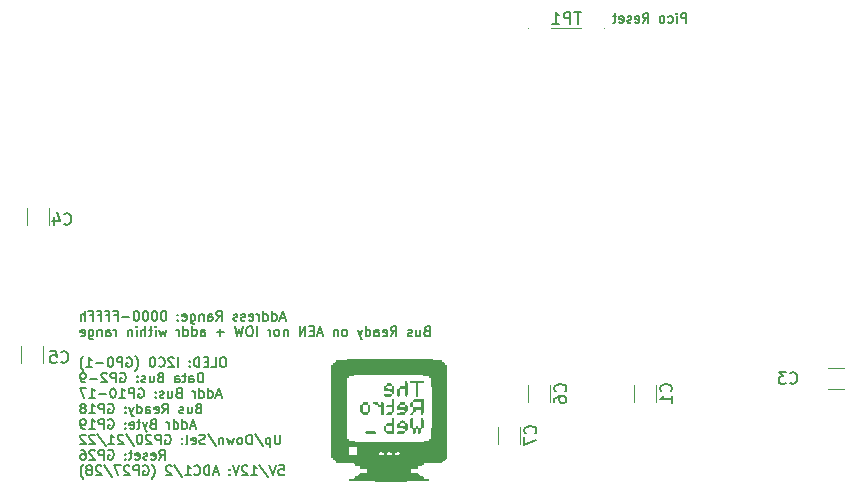
<source format=gbr>
%TF.GenerationSoftware,KiCad,Pcbnew,(6.0.5)*%
%TF.CreationDate,2022-11-13T19:37:50-06:00*%
%TF.ProjectId,ISA rev5,49534120-7265-4763-952e-6b696361645f,rev?*%
%TF.SameCoordinates,Original*%
%TF.FileFunction,Legend,Bot*%
%TF.FilePolarity,Positive*%
%FSLAX46Y46*%
G04 Gerber Fmt 4.6, Leading zero omitted, Abs format (unit mm)*
G04 Created by KiCad (PCBNEW (6.0.5)) date 2022-11-13 19:37:50*
%MOMM*%
%LPD*%
G01*
G04 APERTURE LIST*
%ADD10C,0.152400*%
%ADD11C,0.200000*%
%ADD12C,0.150000*%
%ADD13C,0.300000*%
%ADD14C,0.120000*%
G04 APERTURE END LIST*
D10*
X128845612Y-129482426D02*
X128458564Y-129482426D01*
X128923021Y-129714655D02*
X128652088Y-128901855D01*
X128381155Y-129714655D01*
X127761879Y-129714655D02*
X127761879Y-128901855D01*
X127761879Y-129675950D02*
X127839288Y-129714655D01*
X127994107Y-129714655D01*
X128071517Y-129675950D01*
X128110221Y-129637245D01*
X128148926Y-129559836D01*
X128148926Y-129327607D01*
X128110221Y-129250198D01*
X128071517Y-129211493D01*
X127994107Y-129172788D01*
X127839288Y-129172788D01*
X127761879Y-129211493D01*
X127026488Y-129714655D02*
X127026488Y-128901855D01*
X127026488Y-129675950D02*
X127103898Y-129714655D01*
X127258717Y-129714655D01*
X127336126Y-129675950D01*
X127374831Y-129637245D01*
X127413536Y-129559836D01*
X127413536Y-129327607D01*
X127374831Y-129250198D01*
X127336126Y-129211493D01*
X127258717Y-129172788D01*
X127103898Y-129172788D01*
X127026488Y-129211493D01*
X126639440Y-129714655D02*
X126639440Y-129172788D01*
X126639440Y-129327607D02*
X126600736Y-129250198D01*
X126562031Y-129211493D01*
X126484621Y-129172788D01*
X126407212Y-129172788D01*
X125826640Y-129675950D02*
X125904050Y-129714655D01*
X126058869Y-129714655D01*
X126136279Y-129675950D01*
X126174983Y-129598540D01*
X126174983Y-129288902D01*
X126136279Y-129211493D01*
X126058869Y-129172788D01*
X125904050Y-129172788D01*
X125826640Y-129211493D01*
X125787936Y-129288902D01*
X125787936Y-129366312D01*
X126174983Y-129443721D01*
X125478298Y-129675950D02*
X125400888Y-129714655D01*
X125246069Y-129714655D01*
X125168660Y-129675950D01*
X125129955Y-129598540D01*
X125129955Y-129559836D01*
X125168660Y-129482426D01*
X125246069Y-129443721D01*
X125362183Y-129443721D01*
X125439593Y-129405017D01*
X125478298Y-129327607D01*
X125478298Y-129288902D01*
X125439593Y-129211493D01*
X125362183Y-129172788D01*
X125246069Y-129172788D01*
X125168660Y-129211493D01*
X124820317Y-129675950D02*
X124742907Y-129714655D01*
X124588088Y-129714655D01*
X124510679Y-129675950D01*
X124471974Y-129598540D01*
X124471974Y-129559836D01*
X124510679Y-129482426D01*
X124588088Y-129443721D01*
X124704202Y-129443721D01*
X124781612Y-129405017D01*
X124820317Y-129327607D01*
X124820317Y-129288902D01*
X124781612Y-129211493D01*
X124704202Y-129172788D01*
X124588088Y-129172788D01*
X124510679Y-129211493D01*
X123039898Y-129714655D02*
X123310831Y-129327607D01*
X123504355Y-129714655D02*
X123504355Y-128901855D01*
X123194717Y-128901855D01*
X123117307Y-128940560D01*
X123078602Y-128979264D01*
X123039898Y-129056674D01*
X123039898Y-129172788D01*
X123078602Y-129250198D01*
X123117307Y-129288902D01*
X123194717Y-129327607D01*
X123504355Y-129327607D01*
X122343212Y-129714655D02*
X122343212Y-129288902D01*
X122381917Y-129211493D01*
X122459326Y-129172788D01*
X122614145Y-129172788D01*
X122691555Y-129211493D01*
X122343212Y-129675950D02*
X122420621Y-129714655D01*
X122614145Y-129714655D01*
X122691555Y-129675950D01*
X122730260Y-129598540D01*
X122730260Y-129521131D01*
X122691555Y-129443721D01*
X122614145Y-129405017D01*
X122420621Y-129405017D01*
X122343212Y-129366312D01*
X121956164Y-129172788D02*
X121956164Y-129714655D01*
X121956164Y-129250198D02*
X121917460Y-129211493D01*
X121840050Y-129172788D01*
X121723936Y-129172788D01*
X121646526Y-129211493D01*
X121607821Y-129288902D01*
X121607821Y-129714655D01*
X120872431Y-129172788D02*
X120872431Y-129830769D01*
X120911136Y-129908179D01*
X120949840Y-129946883D01*
X121027250Y-129985588D01*
X121143364Y-129985588D01*
X121220774Y-129946883D01*
X120872431Y-129675950D02*
X120949840Y-129714655D01*
X121104660Y-129714655D01*
X121182069Y-129675950D01*
X121220774Y-129637245D01*
X121259479Y-129559836D01*
X121259479Y-129327607D01*
X121220774Y-129250198D01*
X121182069Y-129211493D01*
X121104660Y-129172788D01*
X120949840Y-129172788D01*
X120872431Y-129211493D01*
X120175745Y-129675950D02*
X120253155Y-129714655D01*
X120407974Y-129714655D01*
X120485383Y-129675950D01*
X120524088Y-129598540D01*
X120524088Y-129288902D01*
X120485383Y-129211493D01*
X120407974Y-129172788D01*
X120253155Y-129172788D01*
X120175745Y-129211493D01*
X120137040Y-129288902D01*
X120137040Y-129366312D01*
X120524088Y-129443721D01*
X119788698Y-129637245D02*
X119749993Y-129675950D01*
X119788698Y-129714655D01*
X119827402Y-129675950D01*
X119788698Y-129637245D01*
X119788698Y-129714655D01*
X119788698Y-129211493D02*
X119749993Y-129250198D01*
X119788698Y-129288902D01*
X119827402Y-129250198D01*
X119788698Y-129211493D01*
X119788698Y-129288902D01*
X118627555Y-128901855D02*
X118550145Y-128901855D01*
X118472736Y-128940560D01*
X118434031Y-128979264D01*
X118395326Y-129056674D01*
X118356621Y-129211493D01*
X118356621Y-129405017D01*
X118395326Y-129559836D01*
X118434031Y-129637245D01*
X118472736Y-129675950D01*
X118550145Y-129714655D01*
X118627555Y-129714655D01*
X118704964Y-129675950D01*
X118743669Y-129637245D01*
X118782374Y-129559836D01*
X118821079Y-129405017D01*
X118821079Y-129211493D01*
X118782374Y-129056674D01*
X118743669Y-128979264D01*
X118704964Y-128940560D01*
X118627555Y-128901855D01*
X117853460Y-128901855D02*
X117776050Y-128901855D01*
X117698640Y-128940560D01*
X117659936Y-128979264D01*
X117621231Y-129056674D01*
X117582526Y-129211493D01*
X117582526Y-129405017D01*
X117621231Y-129559836D01*
X117659936Y-129637245D01*
X117698640Y-129675950D01*
X117776050Y-129714655D01*
X117853460Y-129714655D01*
X117930869Y-129675950D01*
X117969574Y-129637245D01*
X118008279Y-129559836D01*
X118046983Y-129405017D01*
X118046983Y-129211493D01*
X118008279Y-129056674D01*
X117969574Y-128979264D01*
X117930869Y-128940560D01*
X117853460Y-128901855D01*
X117079364Y-128901855D02*
X117001955Y-128901855D01*
X116924545Y-128940560D01*
X116885840Y-128979264D01*
X116847136Y-129056674D01*
X116808431Y-129211493D01*
X116808431Y-129405017D01*
X116847136Y-129559836D01*
X116885840Y-129637245D01*
X116924545Y-129675950D01*
X117001955Y-129714655D01*
X117079364Y-129714655D01*
X117156774Y-129675950D01*
X117195479Y-129637245D01*
X117234183Y-129559836D01*
X117272888Y-129405017D01*
X117272888Y-129211493D01*
X117234183Y-129056674D01*
X117195479Y-128979264D01*
X117156774Y-128940560D01*
X117079364Y-128901855D01*
X116305269Y-128901855D02*
X116227860Y-128901855D01*
X116150450Y-128940560D01*
X116111745Y-128979264D01*
X116073040Y-129056674D01*
X116034336Y-129211493D01*
X116034336Y-129405017D01*
X116073040Y-129559836D01*
X116111745Y-129637245D01*
X116150450Y-129675950D01*
X116227860Y-129714655D01*
X116305269Y-129714655D01*
X116382679Y-129675950D01*
X116421383Y-129637245D01*
X116460088Y-129559836D01*
X116498793Y-129405017D01*
X116498793Y-129211493D01*
X116460088Y-129056674D01*
X116421383Y-128979264D01*
X116382679Y-128940560D01*
X116305269Y-128901855D01*
X115685993Y-129405017D02*
X115066717Y-129405017D01*
X114408736Y-129288902D02*
X114679669Y-129288902D01*
X114679669Y-129714655D02*
X114679669Y-128901855D01*
X114292621Y-128901855D01*
X113712050Y-129288902D02*
X113982983Y-129288902D01*
X113982983Y-129714655D02*
X113982983Y-128901855D01*
X113595936Y-128901855D01*
X113015364Y-129288902D02*
X113286298Y-129288902D01*
X113286298Y-129714655D02*
X113286298Y-128901855D01*
X112899250Y-128901855D01*
X112318679Y-129288902D02*
X112589612Y-129288902D01*
X112589612Y-129714655D02*
X112589612Y-128901855D01*
X112202564Y-128901855D01*
X111892926Y-129714655D02*
X111892926Y-128901855D01*
X111544583Y-129714655D02*
X111544583Y-129288902D01*
X111583288Y-129211493D01*
X111660698Y-129172788D01*
X111776812Y-129172788D01*
X111854221Y-129211493D01*
X111892926Y-129250198D01*
X140844088Y-130597510D02*
X140727974Y-130636215D01*
X140689269Y-130674920D01*
X140650564Y-130752329D01*
X140650564Y-130868444D01*
X140689269Y-130945853D01*
X140727974Y-130984558D01*
X140805383Y-131023263D01*
X141115021Y-131023263D01*
X141115021Y-130210463D01*
X140844088Y-130210463D01*
X140766679Y-130249168D01*
X140727974Y-130287872D01*
X140689269Y-130365282D01*
X140689269Y-130442691D01*
X140727974Y-130520101D01*
X140766679Y-130558806D01*
X140844088Y-130597510D01*
X141115021Y-130597510D01*
X139953879Y-130481396D02*
X139953879Y-131023263D01*
X140302221Y-130481396D02*
X140302221Y-130907148D01*
X140263517Y-130984558D01*
X140186107Y-131023263D01*
X140069993Y-131023263D01*
X139992583Y-130984558D01*
X139953879Y-130945853D01*
X139605536Y-130984558D02*
X139528126Y-131023263D01*
X139373307Y-131023263D01*
X139295898Y-130984558D01*
X139257193Y-130907148D01*
X139257193Y-130868444D01*
X139295898Y-130791034D01*
X139373307Y-130752329D01*
X139489421Y-130752329D01*
X139566831Y-130713625D01*
X139605536Y-130636215D01*
X139605536Y-130597510D01*
X139566831Y-130520101D01*
X139489421Y-130481396D01*
X139373307Y-130481396D01*
X139295898Y-130520101D01*
X137825117Y-131023263D02*
X138096050Y-130636215D01*
X138289574Y-131023263D02*
X138289574Y-130210463D01*
X137979936Y-130210463D01*
X137902526Y-130249168D01*
X137863821Y-130287872D01*
X137825117Y-130365282D01*
X137825117Y-130481396D01*
X137863821Y-130558806D01*
X137902526Y-130597510D01*
X137979936Y-130636215D01*
X138289574Y-130636215D01*
X137167136Y-130984558D02*
X137244545Y-131023263D01*
X137399364Y-131023263D01*
X137476774Y-130984558D01*
X137515479Y-130907148D01*
X137515479Y-130597510D01*
X137476774Y-130520101D01*
X137399364Y-130481396D01*
X137244545Y-130481396D01*
X137167136Y-130520101D01*
X137128431Y-130597510D01*
X137128431Y-130674920D01*
X137515479Y-130752329D01*
X136431745Y-131023263D02*
X136431745Y-130597510D01*
X136470450Y-130520101D01*
X136547860Y-130481396D01*
X136702679Y-130481396D01*
X136780088Y-130520101D01*
X136431745Y-130984558D02*
X136509155Y-131023263D01*
X136702679Y-131023263D01*
X136780088Y-130984558D01*
X136818793Y-130907148D01*
X136818793Y-130829739D01*
X136780088Y-130752329D01*
X136702679Y-130713625D01*
X136509155Y-130713625D01*
X136431745Y-130674920D01*
X135696355Y-131023263D02*
X135696355Y-130210463D01*
X135696355Y-130984558D02*
X135773764Y-131023263D01*
X135928583Y-131023263D01*
X136005993Y-130984558D01*
X136044698Y-130945853D01*
X136083402Y-130868444D01*
X136083402Y-130636215D01*
X136044698Y-130558806D01*
X136005993Y-130520101D01*
X135928583Y-130481396D01*
X135773764Y-130481396D01*
X135696355Y-130520101D01*
X135386717Y-130481396D02*
X135193193Y-131023263D01*
X134999669Y-130481396D02*
X135193193Y-131023263D01*
X135270602Y-131216787D01*
X135309307Y-131255491D01*
X135386717Y-131294196D01*
X133954640Y-131023263D02*
X134032050Y-130984558D01*
X134070755Y-130945853D01*
X134109460Y-130868444D01*
X134109460Y-130636215D01*
X134070755Y-130558806D01*
X134032050Y-130520101D01*
X133954640Y-130481396D01*
X133838526Y-130481396D01*
X133761117Y-130520101D01*
X133722412Y-130558806D01*
X133683707Y-130636215D01*
X133683707Y-130868444D01*
X133722412Y-130945853D01*
X133761117Y-130984558D01*
X133838526Y-131023263D01*
X133954640Y-131023263D01*
X133335364Y-130481396D02*
X133335364Y-131023263D01*
X133335364Y-130558806D02*
X133296660Y-130520101D01*
X133219250Y-130481396D01*
X133103136Y-130481396D01*
X133025726Y-130520101D01*
X132987021Y-130597510D01*
X132987021Y-131023263D01*
X132019402Y-130791034D02*
X131632355Y-130791034D01*
X132096812Y-131023263D02*
X131825879Y-130210463D01*
X131554945Y-131023263D01*
X131284012Y-130597510D02*
X131013079Y-130597510D01*
X130896964Y-131023263D02*
X131284012Y-131023263D01*
X131284012Y-130210463D01*
X130896964Y-130210463D01*
X130548621Y-131023263D02*
X130548621Y-130210463D01*
X130084164Y-131023263D01*
X130084164Y-130210463D01*
X129077840Y-130481396D02*
X129077840Y-131023263D01*
X129077840Y-130558806D02*
X129039136Y-130520101D01*
X128961726Y-130481396D01*
X128845612Y-130481396D01*
X128768202Y-130520101D01*
X128729498Y-130597510D01*
X128729498Y-131023263D01*
X128226336Y-131023263D02*
X128303745Y-130984558D01*
X128342450Y-130945853D01*
X128381155Y-130868444D01*
X128381155Y-130636215D01*
X128342450Y-130558806D01*
X128303745Y-130520101D01*
X128226336Y-130481396D01*
X128110221Y-130481396D01*
X128032812Y-130520101D01*
X127994107Y-130558806D01*
X127955402Y-130636215D01*
X127955402Y-130868444D01*
X127994107Y-130945853D01*
X128032812Y-130984558D01*
X128110221Y-131023263D01*
X128226336Y-131023263D01*
X127607060Y-131023263D02*
X127607060Y-130481396D01*
X127607060Y-130636215D02*
X127568355Y-130558806D01*
X127529650Y-130520101D01*
X127452240Y-130481396D01*
X127374831Y-130481396D01*
X126484621Y-131023263D02*
X126484621Y-130210463D01*
X125942755Y-130210463D02*
X125787936Y-130210463D01*
X125710526Y-130249168D01*
X125633117Y-130326577D01*
X125594412Y-130481396D01*
X125594412Y-130752329D01*
X125633117Y-130907148D01*
X125710526Y-130984558D01*
X125787936Y-131023263D01*
X125942755Y-131023263D01*
X126020164Y-130984558D01*
X126097574Y-130907148D01*
X126136279Y-130752329D01*
X126136279Y-130481396D01*
X126097574Y-130326577D01*
X126020164Y-130249168D01*
X125942755Y-130210463D01*
X125323479Y-130210463D02*
X125129955Y-131023263D01*
X124975136Y-130442691D01*
X124820317Y-131023263D01*
X124626793Y-130210463D01*
X123697879Y-130713625D02*
X123078602Y-130713625D01*
X123388240Y-131023263D02*
X123388240Y-130403987D01*
X121723936Y-131023263D02*
X121723936Y-130597510D01*
X121762640Y-130520101D01*
X121840050Y-130481396D01*
X121994869Y-130481396D01*
X122072279Y-130520101D01*
X121723936Y-130984558D02*
X121801345Y-131023263D01*
X121994869Y-131023263D01*
X122072279Y-130984558D01*
X122110983Y-130907148D01*
X122110983Y-130829739D01*
X122072279Y-130752329D01*
X121994869Y-130713625D01*
X121801345Y-130713625D01*
X121723936Y-130674920D01*
X120988545Y-131023263D02*
X120988545Y-130210463D01*
X120988545Y-130984558D02*
X121065955Y-131023263D01*
X121220774Y-131023263D01*
X121298183Y-130984558D01*
X121336888Y-130945853D01*
X121375593Y-130868444D01*
X121375593Y-130636215D01*
X121336888Y-130558806D01*
X121298183Y-130520101D01*
X121220774Y-130481396D01*
X121065955Y-130481396D01*
X120988545Y-130520101D01*
X120253155Y-131023263D02*
X120253155Y-130210463D01*
X120253155Y-130984558D02*
X120330564Y-131023263D01*
X120485383Y-131023263D01*
X120562793Y-130984558D01*
X120601498Y-130945853D01*
X120640202Y-130868444D01*
X120640202Y-130636215D01*
X120601498Y-130558806D01*
X120562793Y-130520101D01*
X120485383Y-130481396D01*
X120330564Y-130481396D01*
X120253155Y-130520101D01*
X119866107Y-131023263D02*
X119866107Y-130481396D01*
X119866107Y-130636215D02*
X119827402Y-130558806D01*
X119788698Y-130520101D01*
X119711288Y-130481396D01*
X119633879Y-130481396D01*
X118821079Y-130481396D02*
X118666260Y-131023263D01*
X118511440Y-130636215D01*
X118356621Y-131023263D01*
X118201802Y-130481396D01*
X117892164Y-131023263D02*
X117892164Y-130481396D01*
X117892164Y-130210463D02*
X117930869Y-130249168D01*
X117892164Y-130287872D01*
X117853460Y-130249168D01*
X117892164Y-130210463D01*
X117892164Y-130287872D01*
X117621231Y-130481396D02*
X117311593Y-130481396D01*
X117505117Y-130210463D02*
X117505117Y-130907148D01*
X117466412Y-130984558D01*
X117389002Y-131023263D01*
X117311593Y-131023263D01*
X117040660Y-131023263D02*
X117040660Y-130210463D01*
X116692317Y-131023263D02*
X116692317Y-130597510D01*
X116731021Y-130520101D01*
X116808431Y-130481396D01*
X116924545Y-130481396D01*
X117001955Y-130520101D01*
X117040660Y-130558806D01*
X116305269Y-131023263D02*
X116305269Y-130481396D01*
X116305269Y-130210463D02*
X116343974Y-130249168D01*
X116305269Y-130287872D01*
X116266564Y-130249168D01*
X116305269Y-130210463D01*
X116305269Y-130287872D01*
X115918221Y-130481396D02*
X115918221Y-131023263D01*
X115918221Y-130558806D02*
X115879517Y-130520101D01*
X115802107Y-130481396D01*
X115685993Y-130481396D01*
X115608583Y-130520101D01*
X115569879Y-130597510D01*
X115569879Y-131023263D01*
X114563555Y-131023263D02*
X114563555Y-130481396D01*
X114563555Y-130636215D02*
X114524850Y-130558806D01*
X114486145Y-130520101D01*
X114408736Y-130481396D01*
X114331326Y-130481396D01*
X113712050Y-131023263D02*
X113712050Y-130597510D01*
X113750755Y-130520101D01*
X113828164Y-130481396D01*
X113982983Y-130481396D01*
X114060393Y-130520101D01*
X113712050Y-130984558D02*
X113789460Y-131023263D01*
X113982983Y-131023263D01*
X114060393Y-130984558D01*
X114099098Y-130907148D01*
X114099098Y-130829739D01*
X114060393Y-130752329D01*
X113982983Y-130713625D01*
X113789460Y-130713625D01*
X113712050Y-130674920D01*
X113325002Y-130481396D02*
X113325002Y-131023263D01*
X113325002Y-130558806D02*
X113286298Y-130520101D01*
X113208888Y-130481396D01*
X113092774Y-130481396D01*
X113015364Y-130520101D01*
X112976660Y-130597510D01*
X112976660Y-131023263D01*
X112241269Y-130481396D02*
X112241269Y-131139377D01*
X112279974Y-131216787D01*
X112318679Y-131255491D01*
X112396088Y-131294196D01*
X112512202Y-131294196D01*
X112589612Y-131255491D01*
X112241269Y-130984558D02*
X112318679Y-131023263D01*
X112473498Y-131023263D01*
X112550907Y-130984558D01*
X112589612Y-130945853D01*
X112628317Y-130868444D01*
X112628317Y-130636215D01*
X112589612Y-130558806D01*
X112550907Y-130520101D01*
X112473498Y-130481396D01*
X112318679Y-130481396D01*
X112241269Y-130520101D01*
X111544583Y-130984558D02*
X111621993Y-131023263D01*
X111776812Y-131023263D01*
X111854221Y-130984558D01*
X111892926Y-130907148D01*
X111892926Y-130597510D01*
X111854221Y-130520101D01*
X111776812Y-130481396D01*
X111621993Y-130481396D01*
X111544583Y-130520101D01*
X111505879Y-130597510D01*
X111505879Y-130674920D01*
X111892926Y-130752329D01*
X123697879Y-132827679D02*
X123543060Y-132827679D01*
X123465650Y-132866384D01*
X123388240Y-132943793D01*
X123349536Y-133098612D01*
X123349536Y-133369545D01*
X123388240Y-133524364D01*
X123465650Y-133601774D01*
X123543060Y-133640479D01*
X123697879Y-133640479D01*
X123775288Y-133601774D01*
X123852698Y-133524364D01*
X123891402Y-133369545D01*
X123891402Y-133098612D01*
X123852698Y-132943793D01*
X123775288Y-132866384D01*
X123697879Y-132827679D01*
X122614145Y-133640479D02*
X123001193Y-133640479D01*
X123001193Y-132827679D01*
X122343212Y-133214726D02*
X122072279Y-133214726D01*
X121956164Y-133640479D02*
X122343212Y-133640479D01*
X122343212Y-132827679D01*
X121956164Y-132827679D01*
X121607821Y-133640479D02*
X121607821Y-132827679D01*
X121414298Y-132827679D01*
X121298183Y-132866384D01*
X121220774Y-132943793D01*
X121182069Y-133021203D01*
X121143364Y-133176022D01*
X121143364Y-133292136D01*
X121182069Y-133446955D01*
X121220774Y-133524364D01*
X121298183Y-133601774D01*
X121414298Y-133640479D01*
X121607821Y-133640479D01*
X120795021Y-133563069D02*
X120756317Y-133601774D01*
X120795021Y-133640479D01*
X120833726Y-133601774D01*
X120795021Y-133563069D01*
X120795021Y-133640479D01*
X120795021Y-133137317D02*
X120756317Y-133176022D01*
X120795021Y-133214726D01*
X120833726Y-133176022D01*
X120795021Y-133137317D01*
X120795021Y-133214726D01*
X119788698Y-133640479D02*
X119788698Y-132827679D01*
X119440355Y-132905088D02*
X119401650Y-132866384D01*
X119324240Y-132827679D01*
X119130717Y-132827679D01*
X119053307Y-132866384D01*
X119014602Y-132905088D01*
X118975898Y-132982498D01*
X118975898Y-133059907D01*
X119014602Y-133176022D01*
X119479060Y-133640479D01*
X118975898Y-133640479D01*
X118163098Y-133563069D02*
X118201802Y-133601774D01*
X118317917Y-133640479D01*
X118395326Y-133640479D01*
X118511440Y-133601774D01*
X118588850Y-133524364D01*
X118627555Y-133446955D01*
X118666260Y-133292136D01*
X118666260Y-133176022D01*
X118627555Y-133021203D01*
X118588850Y-132943793D01*
X118511440Y-132866384D01*
X118395326Y-132827679D01*
X118317917Y-132827679D01*
X118201802Y-132866384D01*
X118163098Y-132905088D01*
X117659936Y-132827679D02*
X117582526Y-132827679D01*
X117505117Y-132866384D01*
X117466412Y-132905088D01*
X117427707Y-132982498D01*
X117389002Y-133137317D01*
X117389002Y-133330841D01*
X117427707Y-133485660D01*
X117466412Y-133563069D01*
X117505117Y-133601774D01*
X117582526Y-133640479D01*
X117659936Y-133640479D01*
X117737345Y-133601774D01*
X117776050Y-133563069D01*
X117814755Y-133485660D01*
X117853460Y-133330841D01*
X117853460Y-133137317D01*
X117814755Y-132982498D01*
X117776050Y-132905088D01*
X117737345Y-132866384D01*
X117659936Y-132827679D01*
X116189155Y-133950117D02*
X116227860Y-133911412D01*
X116305269Y-133795298D01*
X116343974Y-133717888D01*
X116382679Y-133601774D01*
X116421383Y-133408250D01*
X116421383Y-133253431D01*
X116382679Y-133059907D01*
X116343974Y-132943793D01*
X116305269Y-132866384D01*
X116227860Y-132750269D01*
X116189155Y-132711564D01*
X115453764Y-132866384D02*
X115531174Y-132827679D01*
X115647288Y-132827679D01*
X115763402Y-132866384D01*
X115840812Y-132943793D01*
X115879517Y-133021203D01*
X115918221Y-133176022D01*
X115918221Y-133292136D01*
X115879517Y-133446955D01*
X115840812Y-133524364D01*
X115763402Y-133601774D01*
X115647288Y-133640479D01*
X115569879Y-133640479D01*
X115453764Y-133601774D01*
X115415060Y-133563069D01*
X115415060Y-133292136D01*
X115569879Y-133292136D01*
X115066717Y-133640479D02*
X115066717Y-132827679D01*
X114757079Y-132827679D01*
X114679669Y-132866384D01*
X114640964Y-132905088D01*
X114602260Y-132982498D01*
X114602260Y-133098612D01*
X114640964Y-133176022D01*
X114679669Y-133214726D01*
X114757079Y-133253431D01*
X115066717Y-133253431D01*
X114099098Y-132827679D02*
X114021688Y-132827679D01*
X113944279Y-132866384D01*
X113905574Y-132905088D01*
X113866869Y-132982498D01*
X113828164Y-133137317D01*
X113828164Y-133330841D01*
X113866869Y-133485660D01*
X113905574Y-133563069D01*
X113944279Y-133601774D01*
X114021688Y-133640479D01*
X114099098Y-133640479D01*
X114176507Y-133601774D01*
X114215212Y-133563069D01*
X114253917Y-133485660D01*
X114292621Y-133330841D01*
X114292621Y-133137317D01*
X114253917Y-132982498D01*
X114215212Y-132905088D01*
X114176507Y-132866384D01*
X114099098Y-132827679D01*
X113479821Y-133330841D02*
X112860545Y-133330841D01*
X112047745Y-133640479D02*
X112512202Y-133640479D01*
X112279974Y-133640479D02*
X112279974Y-132827679D01*
X112357383Y-132943793D01*
X112434793Y-133021203D01*
X112512202Y-133059907D01*
X111776812Y-133950117D02*
X111738107Y-133911412D01*
X111660698Y-133795298D01*
X111621993Y-133717888D01*
X111583288Y-133601774D01*
X111544583Y-133408250D01*
X111544583Y-133253431D01*
X111583288Y-133059907D01*
X111621993Y-132943793D01*
X111660698Y-132866384D01*
X111738107Y-132750269D01*
X111776812Y-132711564D01*
X121917460Y-134949087D02*
X121917460Y-134136287D01*
X121723936Y-134136287D01*
X121607821Y-134174992D01*
X121530412Y-134252401D01*
X121491707Y-134329811D01*
X121453002Y-134484630D01*
X121453002Y-134600744D01*
X121491707Y-134755563D01*
X121530412Y-134832972D01*
X121607821Y-134910382D01*
X121723936Y-134949087D01*
X121917460Y-134949087D01*
X120756317Y-134949087D02*
X120756317Y-134523334D01*
X120795021Y-134445925D01*
X120872431Y-134407220D01*
X121027250Y-134407220D01*
X121104660Y-134445925D01*
X120756317Y-134910382D02*
X120833726Y-134949087D01*
X121027250Y-134949087D01*
X121104660Y-134910382D01*
X121143364Y-134832972D01*
X121143364Y-134755563D01*
X121104660Y-134678153D01*
X121027250Y-134639449D01*
X120833726Y-134639449D01*
X120756317Y-134600744D01*
X120485383Y-134407220D02*
X120175745Y-134407220D01*
X120369269Y-134136287D02*
X120369269Y-134832972D01*
X120330564Y-134910382D01*
X120253155Y-134949087D01*
X120175745Y-134949087D01*
X119556469Y-134949087D02*
X119556469Y-134523334D01*
X119595174Y-134445925D01*
X119672583Y-134407220D01*
X119827402Y-134407220D01*
X119904812Y-134445925D01*
X119556469Y-134910382D02*
X119633879Y-134949087D01*
X119827402Y-134949087D01*
X119904812Y-134910382D01*
X119943517Y-134832972D01*
X119943517Y-134755563D01*
X119904812Y-134678153D01*
X119827402Y-134639449D01*
X119633879Y-134639449D01*
X119556469Y-134600744D01*
X118279212Y-134523334D02*
X118163098Y-134562039D01*
X118124393Y-134600744D01*
X118085688Y-134678153D01*
X118085688Y-134794268D01*
X118124393Y-134871677D01*
X118163098Y-134910382D01*
X118240507Y-134949087D01*
X118550145Y-134949087D01*
X118550145Y-134136287D01*
X118279212Y-134136287D01*
X118201802Y-134174992D01*
X118163098Y-134213696D01*
X118124393Y-134291106D01*
X118124393Y-134368515D01*
X118163098Y-134445925D01*
X118201802Y-134484630D01*
X118279212Y-134523334D01*
X118550145Y-134523334D01*
X117389002Y-134407220D02*
X117389002Y-134949087D01*
X117737345Y-134407220D02*
X117737345Y-134832972D01*
X117698640Y-134910382D01*
X117621231Y-134949087D01*
X117505117Y-134949087D01*
X117427707Y-134910382D01*
X117389002Y-134871677D01*
X117040660Y-134910382D02*
X116963250Y-134949087D01*
X116808431Y-134949087D01*
X116731021Y-134910382D01*
X116692317Y-134832972D01*
X116692317Y-134794268D01*
X116731021Y-134716858D01*
X116808431Y-134678153D01*
X116924545Y-134678153D01*
X117001955Y-134639449D01*
X117040660Y-134562039D01*
X117040660Y-134523334D01*
X117001955Y-134445925D01*
X116924545Y-134407220D01*
X116808431Y-134407220D01*
X116731021Y-134445925D01*
X116343974Y-134871677D02*
X116305269Y-134910382D01*
X116343974Y-134949087D01*
X116382679Y-134910382D01*
X116343974Y-134871677D01*
X116343974Y-134949087D01*
X116343974Y-134445925D02*
X116305269Y-134484630D01*
X116343974Y-134523334D01*
X116382679Y-134484630D01*
X116343974Y-134445925D01*
X116343974Y-134523334D01*
X114911898Y-134174992D02*
X114989307Y-134136287D01*
X115105421Y-134136287D01*
X115221536Y-134174992D01*
X115298945Y-134252401D01*
X115337650Y-134329811D01*
X115376355Y-134484630D01*
X115376355Y-134600744D01*
X115337650Y-134755563D01*
X115298945Y-134832972D01*
X115221536Y-134910382D01*
X115105421Y-134949087D01*
X115028012Y-134949087D01*
X114911898Y-134910382D01*
X114873193Y-134871677D01*
X114873193Y-134600744D01*
X115028012Y-134600744D01*
X114524850Y-134949087D02*
X114524850Y-134136287D01*
X114215212Y-134136287D01*
X114137802Y-134174992D01*
X114099098Y-134213696D01*
X114060393Y-134291106D01*
X114060393Y-134407220D01*
X114099098Y-134484630D01*
X114137802Y-134523334D01*
X114215212Y-134562039D01*
X114524850Y-134562039D01*
X113750755Y-134213696D02*
X113712050Y-134174992D01*
X113634640Y-134136287D01*
X113441117Y-134136287D01*
X113363707Y-134174992D01*
X113325002Y-134213696D01*
X113286298Y-134291106D01*
X113286298Y-134368515D01*
X113325002Y-134484630D01*
X113789460Y-134949087D01*
X113286298Y-134949087D01*
X112937955Y-134639449D02*
X112318679Y-134639449D01*
X111892926Y-134949087D02*
X111738107Y-134949087D01*
X111660698Y-134910382D01*
X111621993Y-134871677D01*
X111544583Y-134755563D01*
X111505879Y-134600744D01*
X111505879Y-134291106D01*
X111544583Y-134213696D01*
X111583288Y-134174992D01*
X111660698Y-134136287D01*
X111815517Y-134136287D01*
X111892926Y-134174992D01*
X111931631Y-134213696D01*
X111970336Y-134291106D01*
X111970336Y-134484630D01*
X111931631Y-134562039D01*
X111892926Y-134600744D01*
X111815517Y-134639449D01*
X111660698Y-134639449D01*
X111583288Y-134600744D01*
X111544583Y-134562039D01*
X111505879Y-134484630D01*
X123426945Y-136025466D02*
X123039898Y-136025466D01*
X123504355Y-136257695D02*
X123233421Y-135444895D01*
X122962488Y-136257695D01*
X122343212Y-136257695D02*
X122343212Y-135444895D01*
X122343212Y-136218990D02*
X122420621Y-136257695D01*
X122575440Y-136257695D01*
X122652850Y-136218990D01*
X122691555Y-136180285D01*
X122730260Y-136102876D01*
X122730260Y-135870647D01*
X122691555Y-135793238D01*
X122652850Y-135754533D01*
X122575440Y-135715828D01*
X122420621Y-135715828D01*
X122343212Y-135754533D01*
X121607821Y-136257695D02*
X121607821Y-135444895D01*
X121607821Y-136218990D02*
X121685231Y-136257695D01*
X121840050Y-136257695D01*
X121917460Y-136218990D01*
X121956164Y-136180285D01*
X121994869Y-136102876D01*
X121994869Y-135870647D01*
X121956164Y-135793238D01*
X121917460Y-135754533D01*
X121840050Y-135715828D01*
X121685231Y-135715828D01*
X121607821Y-135754533D01*
X121220774Y-136257695D02*
X121220774Y-135715828D01*
X121220774Y-135870647D02*
X121182069Y-135793238D01*
X121143364Y-135754533D01*
X121065955Y-135715828D01*
X120988545Y-135715828D01*
X119827402Y-135831942D02*
X119711288Y-135870647D01*
X119672583Y-135909352D01*
X119633879Y-135986761D01*
X119633879Y-136102876D01*
X119672583Y-136180285D01*
X119711288Y-136218990D01*
X119788698Y-136257695D01*
X120098336Y-136257695D01*
X120098336Y-135444895D01*
X119827402Y-135444895D01*
X119749993Y-135483600D01*
X119711288Y-135522304D01*
X119672583Y-135599714D01*
X119672583Y-135677123D01*
X119711288Y-135754533D01*
X119749993Y-135793238D01*
X119827402Y-135831942D01*
X120098336Y-135831942D01*
X118937193Y-135715828D02*
X118937193Y-136257695D01*
X119285536Y-135715828D02*
X119285536Y-136141580D01*
X119246831Y-136218990D01*
X119169421Y-136257695D01*
X119053307Y-136257695D01*
X118975898Y-136218990D01*
X118937193Y-136180285D01*
X118588850Y-136218990D02*
X118511440Y-136257695D01*
X118356621Y-136257695D01*
X118279212Y-136218990D01*
X118240507Y-136141580D01*
X118240507Y-136102876D01*
X118279212Y-136025466D01*
X118356621Y-135986761D01*
X118472736Y-135986761D01*
X118550145Y-135948057D01*
X118588850Y-135870647D01*
X118588850Y-135831942D01*
X118550145Y-135754533D01*
X118472736Y-135715828D01*
X118356621Y-135715828D01*
X118279212Y-135754533D01*
X117892164Y-136180285D02*
X117853460Y-136218990D01*
X117892164Y-136257695D01*
X117930869Y-136218990D01*
X117892164Y-136180285D01*
X117892164Y-136257695D01*
X117892164Y-135754533D02*
X117853460Y-135793238D01*
X117892164Y-135831942D01*
X117930869Y-135793238D01*
X117892164Y-135754533D01*
X117892164Y-135831942D01*
X116460088Y-135483600D02*
X116537498Y-135444895D01*
X116653612Y-135444895D01*
X116769726Y-135483600D01*
X116847136Y-135561009D01*
X116885840Y-135638419D01*
X116924545Y-135793238D01*
X116924545Y-135909352D01*
X116885840Y-136064171D01*
X116847136Y-136141580D01*
X116769726Y-136218990D01*
X116653612Y-136257695D01*
X116576202Y-136257695D01*
X116460088Y-136218990D01*
X116421383Y-136180285D01*
X116421383Y-135909352D01*
X116576202Y-135909352D01*
X116073040Y-136257695D02*
X116073040Y-135444895D01*
X115763402Y-135444895D01*
X115685993Y-135483600D01*
X115647288Y-135522304D01*
X115608583Y-135599714D01*
X115608583Y-135715828D01*
X115647288Y-135793238D01*
X115685993Y-135831942D01*
X115763402Y-135870647D01*
X116073040Y-135870647D01*
X114834488Y-136257695D02*
X115298945Y-136257695D01*
X115066717Y-136257695D02*
X115066717Y-135444895D01*
X115144126Y-135561009D01*
X115221536Y-135638419D01*
X115298945Y-135677123D01*
X114331326Y-135444895D02*
X114253917Y-135444895D01*
X114176507Y-135483600D01*
X114137802Y-135522304D01*
X114099098Y-135599714D01*
X114060393Y-135754533D01*
X114060393Y-135948057D01*
X114099098Y-136102876D01*
X114137802Y-136180285D01*
X114176507Y-136218990D01*
X114253917Y-136257695D01*
X114331326Y-136257695D01*
X114408736Y-136218990D01*
X114447440Y-136180285D01*
X114486145Y-136102876D01*
X114524850Y-135948057D01*
X114524850Y-135754533D01*
X114486145Y-135599714D01*
X114447440Y-135522304D01*
X114408736Y-135483600D01*
X114331326Y-135444895D01*
X113712050Y-135948057D02*
X113092774Y-135948057D01*
X112279974Y-136257695D02*
X112744431Y-136257695D01*
X112512202Y-136257695D02*
X112512202Y-135444895D01*
X112589612Y-135561009D01*
X112667021Y-135638419D01*
X112744431Y-135677123D01*
X112009040Y-135444895D02*
X111467174Y-135444895D01*
X111815517Y-136257695D01*
X121491707Y-137140550D02*
X121375593Y-137179255D01*
X121336888Y-137217960D01*
X121298183Y-137295369D01*
X121298183Y-137411484D01*
X121336888Y-137488893D01*
X121375593Y-137527598D01*
X121453002Y-137566303D01*
X121762640Y-137566303D01*
X121762640Y-136753503D01*
X121491707Y-136753503D01*
X121414298Y-136792208D01*
X121375593Y-136830912D01*
X121336888Y-136908322D01*
X121336888Y-136985731D01*
X121375593Y-137063141D01*
X121414298Y-137101846D01*
X121491707Y-137140550D01*
X121762640Y-137140550D01*
X120601498Y-137024436D02*
X120601498Y-137566303D01*
X120949840Y-137024436D02*
X120949840Y-137450188D01*
X120911136Y-137527598D01*
X120833726Y-137566303D01*
X120717612Y-137566303D01*
X120640202Y-137527598D01*
X120601498Y-137488893D01*
X120253155Y-137527598D02*
X120175745Y-137566303D01*
X120020926Y-137566303D01*
X119943517Y-137527598D01*
X119904812Y-137450188D01*
X119904812Y-137411484D01*
X119943517Y-137334074D01*
X120020926Y-137295369D01*
X120137040Y-137295369D01*
X120214450Y-137256665D01*
X120253155Y-137179255D01*
X120253155Y-137140550D01*
X120214450Y-137063141D01*
X120137040Y-137024436D01*
X120020926Y-137024436D01*
X119943517Y-137063141D01*
X118472736Y-137566303D02*
X118743669Y-137179255D01*
X118937193Y-137566303D02*
X118937193Y-136753503D01*
X118627555Y-136753503D01*
X118550145Y-136792208D01*
X118511440Y-136830912D01*
X118472736Y-136908322D01*
X118472736Y-137024436D01*
X118511440Y-137101846D01*
X118550145Y-137140550D01*
X118627555Y-137179255D01*
X118937193Y-137179255D01*
X117814755Y-137527598D02*
X117892164Y-137566303D01*
X118046983Y-137566303D01*
X118124393Y-137527598D01*
X118163098Y-137450188D01*
X118163098Y-137140550D01*
X118124393Y-137063141D01*
X118046983Y-137024436D01*
X117892164Y-137024436D01*
X117814755Y-137063141D01*
X117776050Y-137140550D01*
X117776050Y-137217960D01*
X118163098Y-137295369D01*
X117079364Y-137566303D02*
X117079364Y-137140550D01*
X117118069Y-137063141D01*
X117195479Y-137024436D01*
X117350298Y-137024436D01*
X117427707Y-137063141D01*
X117079364Y-137527598D02*
X117156774Y-137566303D01*
X117350298Y-137566303D01*
X117427707Y-137527598D01*
X117466412Y-137450188D01*
X117466412Y-137372779D01*
X117427707Y-137295369D01*
X117350298Y-137256665D01*
X117156774Y-137256665D01*
X117079364Y-137217960D01*
X116343974Y-137566303D02*
X116343974Y-136753503D01*
X116343974Y-137527598D02*
X116421383Y-137566303D01*
X116576202Y-137566303D01*
X116653612Y-137527598D01*
X116692317Y-137488893D01*
X116731021Y-137411484D01*
X116731021Y-137179255D01*
X116692317Y-137101846D01*
X116653612Y-137063141D01*
X116576202Y-137024436D01*
X116421383Y-137024436D01*
X116343974Y-137063141D01*
X116034336Y-137024436D02*
X115840812Y-137566303D01*
X115647288Y-137024436D02*
X115840812Y-137566303D01*
X115918221Y-137759827D01*
X115956926Y-137798531D01*
X116034336Y-137837236D01*
X115337650Y-137488893D02*
X115298945Y-137527598D01*
X115337650Y-137566303D01*
X115376355Y-137527598D01*
X115337650Y-137488893D01*
X115337650Y-137566303D01*
X115337650Y-137063141D02*
X115298945Y-137101846D01*
X115337650Y-137140550D01*
X115376355Y-137101846D01*
X115337650Y-137063141D01*
X115337650Y-137140550D01*
X113905574Y-136792208D02*
X113982983Y-136753503D01*
X114099098Y-136753503D01*
X114215212Y-136792208D01*
X114292621Y-136869617D01*
X114331326Y-136947027D01*
X114370031Y-137101846D01*
X114370031Y-137217960D01*
X114331326Y-137372779D01*
X114292621Y-137450188D01*
X114215212Y-137527598D01*
X114099098Y-137566303D01*
X114021688Y-137566303D01*
X113905574Y-137527598D01*
X113866869Y-137488893D01*
X113866869Y-137217960D01*
X114021688Y-137217960D01*
X113518526Y-137566303D02*
X113518526Y-136753503D01*
X113208888Y-136753503D01*
X113131479Y-136792208D01*
X113092774Y-136830912D01*
X113054069Y-136908322D01*
X113054069Y-137024436D01*
X113092774Y-137101846D01*
X113131479Y-137140550D01*
X113208888Y-137179255D01*
X113518526Y-137179255D01*
X112279974Y-137566303D02*
X112744431Y-137566303D01*
X112512202Y-137566303D02*
X112512202Y-136753503D01*
X112589612Y-136869617D01*
X112667021Y-136947027D01*
X112744431Y-136985731D01*
X111815517Y-137101846D02*
X111892926Y-137063141D01*
X111931631Y-137024436D01*
X111970336Y-136947027D01*
X111970336Y-136908322D01*
X111931631Y-136830912D01*
X111892926Y-136792208D01*
X111815517Y-136753503D01*
X111660698Y-136753503D01*
X111583288Y-136792208D01*
X111544583Y-136830912D01*
X111505879Y-136908322D01*
X111505879Y-136947027D01*
X111544583Y-137024436D01*
X111583288Y-137063141D01*
X111660698Y-137101846D01*
X111815517Y-137101846D01*
X111892926Y-137140550D01*
X111931631Y-137179255D01*
X111970336Y-137256665D01*
X111970336Y-137411484D01*
X111931631Y-137488893D01*
X111892926Y-137527598D01*
X111815517Y-137566303D01*
X111660698Y-137566303D01*
X111583288Y-137527598D01*
X111544583Y-137488893D01*
X111505879Y-137411484D01*
X111505879Y-137256665D01*
X111544583Y-137179255D01*
X111583288Y-137140550D01*
X111660698Y-137101846D01*
X121259479Y-138642682D02*
X120872431Y-138642682D01*
X121336888Y-138874911D02*
X121065955Y-138062111D01*
X120795021Y-138874911D01*
X120175745Y-138874911D02*
X120175745Y-138062111D01*
X120175745Y-138836206D02*
X120253155Y-138874911D01*
X120407974Y-138874911D01*
X120485383Y-138836206D01*
X120524088Y-138797501D01*
X120562793Y-138720092D01*
X120562793Y-138487863D01*
X120524088Y-138410454D01*
X120485383Y-138371749D01*
X120407974Y-138333044D01*
X120253155Y-138333044D01*
X120175745Y-138371749D01*
X119440355Y-138874911D02*
X119440355Y-138062111D01*
X119440355Y-138836206D02*
X119517764Y-138874911D01*
X119672583Y-138874911D01*
X119749993Y-138836206D01*
X119788698Y-138797501D01*
X119827402Y-138720092D01*
X119827402Y-138487863D01*
X119788698Y-138410454D01*
X119749993Y-138371749D01*
X119672583Y-138333044D01*
X119517764Y-138333044D01*
X119440355Y-138371749D01*
X119053307Y-138874911D02*
X119053307Y-138333044D01*
X119053307Y-138487863D02*
X119014602Y-138410454D01*
X118975898Y-138371749D01*
X118898488Y-138333044D01*
X118821079Y-138333044D01*
X117659936Y-138449158D02*
X117543821Y-138487863D01*
X117505117Y-138526568D01*
X117466412Y-138603977D01*
X117466412Y-138720092D01*
X117505117Y-138797501D01*
X117543821Y-138836206D01*
X117621231Y-138874911D01*
X117930869Y-138874911D01*
X117930869Y-138062111D01*
X117659936Y-138062111D01*
X117582526Y-138100816D01*
X117543821Y-138139520D01*
X117505117Y-138216930D01*
X117505117Y-138294339D01*
X117543821Y-138371749D01*
X117582526Y-138410454D01*
X117659936Y-138449158D01*
X117930869Y-138449158D01*
X117195479Y-138333044D02*
X117001955Y-138874911D01*
X116808431Y-138333044D02*
X117001955Y-138874911D01*
X117079364Y-139068435D01*
X117118069Y-139107139D01*
X117195479Y-139145844D01*
X116614907Y-138333044D02*
X116305269Y-138333044D01*
X116498793Y-138062111D02*
X116498793Y-138758796D01*
X116460088Y-138836206D01*
X116382679Y-138874911D01*
X116305269Y-138874911D01*
X115724698Y-138836206D02*
X115802107Y-138874911D01*
X115956926Y-138874911D01*
X116034336Y-138836206D01*
X116073040Y-138758796D01*
X116073040Y-138449158D01*
X116034336Y-138371749D01*
X115956926Y-138333044D01*
X115802107Y-138333044D01*
X115724698Y-138371749D01*
X115685993Y-138449158D01*
X115685993Y-138526568D01*
X116073040Y-138603977D01*
X115337650Y-138797501D02*
X115298945Y-138836206D01*
X115337650Y-138874911D01*
X115376355Y-138836206D01*
X115337650Y-138797501D01*
X115337650Y-138874911D01*
X115337650Y-138371749D02*
X115298945Y-138410454D01*
X115337650Y-138449158D01*
X115376355Y-138410454D01*
X115337650Y-138371749D01*
X115337650Y-138449158D01*
X113905574Y-138100816D02*
X113982983Y-138062111D01*
X114099098Y-138062111D01*
X114215212Y-138100816D01*
X114292621Y-138178225D01*
X114331326Y-138255635D01*
X114370031Y-138410454D01*
X114370031Y-138526568D01*
X114331326Y-138681387D01*
X114292621Y-138758796D01*
X114215212Y-138836206D01*
X114099098Y-138874911D01*
X114021688Y-138874911D01*
X113905574Y-138836206D01*
X113866869Y-138797501D01*
X113866869Y-138526568D01*
X114021688Y-138526568D01*
X113518526Y-138874911D02*
X113518526Y-138062111D01*
X113208888Y-138062111D01*
X113131479Y-138100816D01*
X113092774Y-138139520D01*
X113054069Y-138216930D01*
X113054069Y-138333044D01*
X113092774Y-138410454D01*
X113131479Y-138449158D01*
X113208888Y-138487863D01*
X113518526Y-138487863D01*
X112279974Y-138874911D02*
X112744431Y-138874911D01*
X112512202Y-138874911D02*
X112512202Y-138062111D01*
X112589612Y-138178225D01*
X112667021Y-138255635D01*
X112744431Y-138294339D01*
X111892926Y-138874911D02*
X111738107Y-138874911D01*
X111660698Y-138836206D01*
X111621993Y-138797501D01*
X111544583Y-138681387D01*
X111505879Y-138526568D01*
X111505879Y-138216930D01*
X111544583Y-138139520D01*
X111583288Y-138100816D01*
X111660698Y-138062111D01*
X111815517Y-138062111D01*
X111892926Y-138100816D01*
X111931631Y-138139520D01*
X111970336Y-138216930D01*
X111970336Y-138410454D01*
X111931631Y-138487863D01*
X111892926Y-138526568D01*
X111815517Y-138565273D01*
X111660698Y-138565273D01*
X111583288Y-138526568D01*
X111544583Y-138487863D01*
X111505879Y-138410454D01*
X128458564Y-139370719D02*
X128458564Y-140028700D01*
X128419860Y-140106109D01*
X128381155Y-140144814D01*
X128303745Y-140183519D01*
X128148926Y-140183519D01*
X128071517Y-140144814D01*
X128032812Y-140106109D01*
X127994107Y-140028700D01*
X127994107Y-139370719D01*
X127607060Y-139641652D02*
X127607060Y-140454452D01*
X127607060Y-139680357D02*
X127529650Y-139641652D01*
X127374831Y-139641652D01*
X127297421Y-139680357D01*
X127258717Y-139719062D01*
X127220012Y-139796471D01*
X127220012Y-140028700D01*
X127258717Y-140106109D01*
X127297421Y-140144814D01*
X127374831Y-140183519D01*
X127529650Y-140183519D01*
X127607060Y-140144814D01*
X126291098Y-139332014D02*
X126987783Y-140377043D01*
X126020164Y-140183519D02*
X126020164Y-139370719D01*
X125826640Y-139370719D01*
X125710526Y-139409424D01*
X125633117Y-139486833D01*
X125594412Y-139564243D01*
X125555707Y-139719062D01*
X125555707Y-139835176D01*
X125594412Y-139989995D01*
X125633117Y-140067404D01*
X125710526Y-140144814D01*
X125826640Y-140183519D01*
X126020164Y-140183519D01*
X125091250Y-140183519D02*
X125168660Y-140144814D01*
X125207364Y-140106109D01*
X125246069Y-140028700D01*
X125246069Y-139796471D01*
X125207364Y-139719062D01*
X125168660Y-139680357D01*
X125091250Y-139641652D01*
X124975136Y-139641652D01*
X124897726Y-139680357D01*
X124859021Y-139719062D01*
X124820317Y-139796471D01*
X124820317Y-140028700D01*
X124859021Y-140106109D01*
X124897726Y-140144814D01*
X124975136Y-140183519D01*
X125091250Y-140183519D01*
X124549383Y-139641652D02*
X124394564Y-140183519D01*
X124239745Y-139796471D01*
X124084926Y-140183519D01*
X123930107Y-139641652D01*
X123620469Y-139641652D02*
X123620469Y-140183519D01*
X123620469Y-139719062D02*
X123581764Y-139680357D01*
X123504355Y-139641652D01*
X123388240Y-139641652D01*
X123310831Y-139680357D01*
X123272126Y-139757766D01*
X123272126Y-140183519D01*
X122304507Y-139332014D02*
X123001193Y-140377043D01*
X122072279Y-140144814D02*
X121956164Y-140183519D01*
X121762640Y-140183519D01*
X121685231Y-140144814D01*
X121646526Y-140106109D01*
X121607821Y-140028700D01*
X121607821Y-139951290D01*
X121646526Y-139873881D01*
X121685231Y-139835176D01*
X121762640Y-139796471D01*
X121917460Y-139757766D01*
X121994869Y-139719062D01*
X122033574Y-139680357D01*
X122072279Y-139602947D01*
X122072279Y-139525538D01*
X122033574Y-139448128D01*
X121994869Y-139409424D01*
X121917460Y-139370719D01*
X121723936Y-139370719D01*
X121607821Y-139409424D01*
X120949840Y-140144814D02*
X121027250Y-140183519D01*
X121182069Y-140183519D01*
X121259479Y-140144814D01*
X121298183Y-140067404D01*
X121298183Y-139757766D01*
X121259479Y-139680357D01*
X121182069Y-139641652D01*
X121027250Y-139641652D01*
X120949840Y-139680357D01*
X120911136Y-139757766D01*
X120911136Y-139835176D01*
X121298183Y-139912585D01*
X120446679Y-140183519D02*
X120524088Y-140144814D01*
X120562793Y-140067404D01*
X120562793Y-139370719D01*
X120137040Y-140106109D02*
X120098336Y-140144814D01*
X120137040Y-140183519D01*
X120175745Y-140144814D01*
X120137040Y-140106109D01*
X120137040Y-140183519D01*
X120137040Y-139680357D02*
X120098336Y-139719062D01*
X120137040Y-139757766D01*
X120175745Y-139719062D01*
X120137040Y-139680357D01*
X120137040Y-139757766D01*
X118704964Y-139409424D02*
X118782374Y-139370719D01*
X118898488Y-139370719D01*
X119014602Y-139409424D01*
X119092012Y-139486833D01*
X119130717Y-139564243D01*
X119169421Y-139719062D01*
X119169421Y-139835176D01*
X119130717Y-139989995D01*
X119092012Y-140067404D01*
X119014602Y-140144814D01*
X118898488Y-140183519D01*
X118821079Y-140183519D01*
X118704964Y-140144814D01*
X118666260Y-140106109D01*
X118666260Y-139835176D01*
X118821079Y-139835176D01*
X118317917Y-140183519D02*
X118317917Y-139370719D01*
X118008279Y-139370719D01*
X117930869Y-139409424D01*
X117892164Y-139448128D01*
X117853460Y-139525538D01*
X117853460Y-139641652D01*
X117892164Y-139719062D01*
X117930869Y-139757766D01*
X118008279Y-139796471D01*
X118317917Y-139796471D01*
X117543821Y-139448128D02*
X117505117Y-139409424D01*
X117427707Y-139370719D01*
X117234183Y-139370719D01*
X117156774Y-139409424D01*
X117118069Y-139448128D01*
X117079364Y-139525538D01*
X117079364Y-139602947D01*
X117118069Y-139719062D01*
X117582526Y-140183519D01*
X117079364Y-140183519D01*
X116576202Y-139370719D02*
X116498793Y-139370719D01*
X116421383Y-139409424D01*
X116382679Y-139448128D01*
X116343974Y-139525538D01*
X116305269Y-139680357D01*
X116305269Y-139873881D01*
X116343974Y-140028700D01*
X116382679Y-140106109D01*
X116421383Y-140144814D01*
X116498793Y-140183519D01*
X116576202Y-140183519D01*
X116653612Y-140144814D01*
X116692317Y-140106109D01*
X116731021Y-140028700D01*
X116769726Y-139873881D01*
X116769726Y-139680357D01*
X116731021Y-139525538D01*
X116692317Y-139448128D01*
X116653612Y-139409424D01*
X116576202Y-139370719D01*
X115376355Y-139332014D02*
X116073040Y-140377043D01*
X115144126Y-139448128D02*
X115105421Y-139409424D01*
X115028012Y-139370719D01*
X114834488Y-139370719D01*
X114757079Y-139409424D01*
X114718374Y-139448128D01*
X114679669Y-139525538D01*
X114679669Y-139602947D01*
X114718374Y-139719062D01*
X115182831Y-140183519D01*
X114679669Y-140183519D01*
X113905574Y-140183519D02*
X114370031Y-140183519D01*
X114137802Y-140183519D02*
X114137802Y-139370719D01*
X114215212Y-139486833D01*
X114292621Y-139564243D01*
X114370031Y-139602947D01*
X112976660Y-139332014D02*
X113673345Y-140377043D01*
X112744431Y-139448128D02*
X112705726Y-139409424D01*
X112628317Y-139370719D01*
X112434793Y-139370719D01*
X112357383Y-139409424D01*
X112318679Y-139448128D01*
X112279974Y-139525538D01*
X112279974Y-139602947D01*
X112318679Y-139719062D01*
X112783136Y-140183519D01*
X112279974Y-140183519D01*
X111970336Y-139448128D02*
X111931631Y-139409424D01*
X111854221Y-139370719D01*
X111660698Y-139370719D01*
X111583288Y-139409424D01*
X111544583Y-139448128D01*
X111505879Y-139525538D01*
X111505879Y-139602947D01*
X111544583Y-139719062D01*
X112009040Y-140183519D01*
X111505879Y-140183519D01*
X118201802Y-141492127D02*
X118472736Y-141105079D01*
X118666260Y-141492127D02*
X118666260Y-140679327D01*
X118356621Y-140679327D01*
X118279212Y-140718032D01*
X118240507Y-140756736D01*
X118201802Y-140834146D01*
X118201802Y-140950260D01*
X118240507Y-141027670D01*
X118279212Y-141066374D01*
X118356621Y-141105079D01*
X118666260Y-141105079D01*
X117543821Y-141453422D02*
X117621231Y-141492127D01*
X117776050Y-141492127D01*
X117853460Y-141453422D01*
X117892164Y-141376012D01*
X117892164Y-141066374D01*
X117853460Y-140988965D01*
X117776050Y-140950260D01*
X117621231Y-140950260D01*
X117543821Y-140988965D01*
X117505117Y-141066374D01*
X117505117Y-141143784D01*
X117892164Y-141221193D01*
X117195479Y-141453422D02*
X117118069Y-141492127D01*
X116963250Y-141492127D01*
X116885840Y-141453422D01*
X116847136Y-141376012D01*
X116847136Y-141337308D01*
X116885840Y-141259898D01*
X116963250Y-141221193D01*
X117079364Y-141221193D01*
X117156774Y-141182489D01*
X117195479Y-141105079D01*
X117195479Y-141066374D01*
X117156774Y-140988965D01*
X117079364Y-140950260D01*
X116963250Y-140950260D01*
X116885840Y-140988965D01*
X116189155Y-141453422D02*
X116266564Y-141492127D01*
X116421383Y-141492127D01*
X116498793Y-141453422D01*
X116537498Y-141376012D01*
X116537498Y-141066374D01*
X116498793Y-140988965D01*
X116421383Y-140950260D01*
X116266564Y-140950260D01*
X116189155Y-140988965D01*
X116150450Y-141066374D01*
X116150450Y-141143784D01*
X116537498Y-141221193D01*
X115918221Y-140950260D02*
X115608583Y-140950260D01*
X115802107Y-140679327D02*
X115802107Y-141376012D01*
X115763402Y-141453422D01*
X115685993Y-141492127D01*
X115608583Y-141492127D01*
X115337650Y-141414717D02*
X115298945Y-141453422D01*
X115337650Y-141492127D01*
X115376355Y-141453422D01*
X115337650Y-141414717D01*
X115337650Y-141492127D01*
X115337650Y-140988965D02*
X115298945Y-141027670D01*
X115337650Y-141066374D01*
X115376355Y-141027670D01*
X115337650Y-140988965D01*
X115337650Y-141066374D01*
X113905574Y-140718032D02*
X113982983Y-140679327D01*
X114099098Y-140679327D01*
X114215212Y-140718032D01*
X114292621Y-140795441D01*
X114331326Y-140872851D01*
X114370031Y-141027670D01*
X114370031Y-141143784D01*
X114331326Y-141298603D01*
X114292621Y-141376012D01*
X114215212Y-141453422D01*
X114099098Y-141492127D01*
X114021688Y-141492127D01*
X113905574Y-141453422D01*
X113866869Y-141414717D01*
X113866869Y-141143784D01*
X114021688Y-141143784D01*
X113518526Y-141492127D02*
X113518526Y-140679327D01*
X113208888Y-140679327D01*
X113131479Y-140718032D01*
X113092774Y-140756736D01*
X113054069Y-140834146D01*
X113054069Y-140950260D01*
X113092774Y-141027670D01*
X113131479Y-141066374D01*
X113208888Y-141105079D01*
X113518526Y-141105079D01*
X112744431Y-140756736D02*
X112705726Y-140718032D01*
X112628317Y-140679327D01*
X112434793Y-140679327D01*
X112357383Y-140718032D01*
X112318679Y-140756736D01*
X112279974Y-140834146D01*
X112279974Y-140911555D01*
X112318679Y-141027670D01*
X112783136Y-141492127D01*
X112279974Y-141492127D01*
X111583288Y-140679327D02*
X111738107Y-140679327D01*
X111815517Y-140718032D01*
X111854221Y-140756736D01*
X111931631Y-140872851D01*
X111970336Y-141027670D01*
X111970336Y-141337308D01*
X111931631Y-141414717D01*
X111892926Y-141453422D01*
X111815517Y-141492127D01*
X111660698Y-141492127D01*
X111583288Y-141453422D01*
X111544583Y-141414717D01*
X111505879Y-141337308D01*
X111505879Y-141143784D01*
X111544583Y-141066374D01*
X111583288Y-141027670D01*
X111660698Y-140988965D01*
X111815517Y-140988965D01*
X111892926Y-141027670D01*
X111931631Y-141066374D01*
X111970336Y-141143784D01*
X128342450Y-141987935D02*
X128729498Y-141987935D01*
X128768202Y-142374982D01*
X128729498Y-142336278D01*
X128652088Y-142297573D01*
X128458564Y-142297573D01*
X128381155Y-142336278D01*
X128342450Y-142374982D01*
X128303745Y-142452392D01*
X128303745Y-142645916D01*
X128342450Y-142723325D01*
X128381155Y-142762030D01*
X128458564Y-142800735D01*
X128652088Y-142800735D01*
X128729498Y-142762030D01*
X128768202Y-142723325D01*
X128071517Y-141987935D02*
X127800583Y-142800735D01*
X127529650Y-141987935D01*
X126678145Y-141949230D02*
X127374831Y-142994259D01*
X125981460Y-142800735D02*
X126445917Y-142800735D01*
X126213688Y-142800735D02*
X126213688Y-141987935D01*
X126291098Y-142104049D01*
X126368507Y-142181459D01*
X126445917Y-142220163D01*
X125671821Y-142065344D02*
X125633117Y-142026640D01*
X125555707Y-141987935D01*
X125362183Y-141987935D01*
X125284774Y-142026640D01*
X125246069Y-142065344D01*
X125207364Y-142142754D01*
X125207364Y-142220163D01*
X125246069Y-142336278D01*
X125710526Y-142800735D01*
X125207364Y-142800735D01*
X124975136Y-141987935D02*
X124704202Y-142800735D01*
X124433269Y-141987935D01*
X124162336Y-142723325D02*
X124123631Y-142762030D01*
X124162336Y-142800735D01*
X124201040Y-142762030D01*
X124162336Y-142723325D01*
X124162336Y-142800735D01*
X124162336Y-142297573D02*
X124123631Y-142336278D01*
X124162336Y-142374982D01*
X124201040Y-142336278D01*
X124162336Y-142297573D01*
X124162336Y-142374982D01*
X123194717Y-142568506D02*
X122807669Y-142568506D01*
X123272126Y-142800735D02*
X123001193Y-141987935D01*
X122730260Y-142800735D01*
X122459326Y-142800735D02*
X122459326Y-141987935D01*
X122265802Y-141987935D01*
X122149688Y-142026640D01*
X122072279Y-142104049D01*
X122033574Y-142181459D01*
X121994869Y-142336278D01*
X121994869Y-142452392D01*
X122033574Y-142607211D01*
X122072279Y-142684620D01*
X122149688Y-142762030D01*
X122265802Y-142800735D01*
X122459326Y-142800735D01*
X121182069Y-142723325D02*
X121220774Y-142762030D01*
X121336888Y-142800735D01*
X121414298Y-142800735D01*
X121530412Y-142762030D01*
X121607821Y-142684620D01*
X121646526Y-142607211D01*
X121685231Y-142452392D01*
X121685231Y-142336278D01*
X121646526Y-142181459D01*
X121607821Y-142104049D01*
X121530412Y-142026640D01*
X121414298Y-141987935D01*
X121336888Y-141987935D01*
X121220774Y-142026640D01*
X121182069Y-142065344D01*
X120407974Y-142800735D02*
X120872431Y-142800735D01*
X120640202Y-142800735D02*
X120640202Y-141987935D01*
X120717612Y-142104049D01*
X120795021Y-142181459D01*
X120872431Y-142220163D01*
X119479060Y-141949230D02*
X120175745Y-142994259D01*
X119246831Y-142065344D02*
X119208126Y-142026640D01*
X119130717Y-141987935D01*
X118937193Y-141987935D01*
X118859783Y-142026640D01*
X118821079Y-142065344D01*
X118782374Y-142142754D01*
X118782374Y-142220163D01*
X118821079Y-142336278D01*
X119285536Y-142800735D01*
X118782374Y-142800735D01*
X117582526Y-143110373D02*
X117621231Y-143071668D01*
X117698640Y-142955554D01*
X117737345Y-142878144D01*
X117776050Y-142762030D01*
X117814755Y-142568506D01*
X117814755Y-142413687D01*
X117776050Y-142220163D01*
X117737345Y-142104049D01*
X117698640Y-142026640D01*
X117621231Y-141910525D01*
X117582526Y-141871820D01*
X116847136Y-142026640D02*
X116924545Y-141987935D01*
X117040660Y-141987935D01*
X117156774Y-142026640D01*
X117234183Y-142104049D01*
X117272888Y-142181459D01*
X117311593Y-142336278D01*
X117311593Y-142452392D01*
X117272888Y-142607211D01*
X117234183Y-142684620D01*
X117156774Y-142762030D01*
X117040660Y-142800735D01*
X116963250Y-142800735D01*
X116847136Y-142762030D01*
X116808431Y-142723325D01*
X116808431Y-142452392D01*
X116963250Y-142452392D01*
X116460088Y-142800735D02*
X116460088Y-141987935D01*
X116150450Y-141987935D01*
X116073040Y-142026640D01*
X116034336Y-142065344D01*
X115995631Y-142142754D01*
X115995631Y-142258868D01*
X116034336Y-142336278D01*
X116073040Y-142374982D01*
X116150450Y-142413687D01*
X116460088Y-142413687D01*
X115685993Y-142065344D02*
X115647288Y-142026640D01*
X115569879Y-141987935D01*
X115376355Y-141987935D01*
X115298945Y-142026640D01*
X115260240Y-142065344D01*
X115221536Y-142142754D01*
X115221536Y-142220163D01*
X115260240Y-142336278D01*
X115724698Y-142800735D01*
X115221536Y-142800735D01*
X114950602Y-141987935D02*
X114408736Y-141987935D01*
X114757079Y-142800735D01*
X113518526Y-141949230D02*
X114215212Y-142994259D01*
X113286298Y-142065344D02*
X113247593Y-142026640D01*
X113170183Y-141987935D01*
X112976660Y-141987935D01*
X112899250Y-142026640D01*
X112860545Y-142065344D01*
X112821840Y-142142754D01*
X112821840Y-142220163D01*
X112860545Y-142336278D01*
X113325002Y-142800735D01*
X112821840Y-142800735D01*
X112357383Y-142336278D02*
X112434793Y-142297573D01*
X112473498Y-142258868D01*
X112512202Y-142181459D01*
X112512202Y-142142754D01*
X112473498Y-142065344D01*
X112434793Y-142026640D01*
X112357383Y-141987935D01*
X112202564Y-141987935D01*
X112125155Y-142026640D01*
X112086450Y-142065344D01*
X112047745Y-142142754D01*
X112047745Y-142181459D01*
X112086450Y-142258868D01*
X112125155Y-142297573D01*
X112202564Y-142336278D01*
X112357383Y-142336278D01*
X112434793Y-142374982D01*
X112473498Y-142413687D01*
X112512202Y-142491097D01*
X112512202Y-142645916D01*
X112473498Y-142723325D01*
X112434793Y-142762030D01*
X112357383Y-142800735D01*
X112202564Y-142800735D01*
X112125155Y-142762030D01*
X112086450Y-142723325D01*
X112047745Y-142645916D01*
X112047745Y-142491097D01*
X112086450Y-142413687D01*
X112125155Y-142374982D01*
X112202564Y-142336278D01*
X111776812Y-143110373D02*
X111738107Y-143071668D01*
X111660698Y-142955554D01*
X111621993Y-142878144D01*
X111583288Y-142762030D01*
X111544583Y-142568506D01*
X111544583Y-142413687D01*
X111583288Y-142220163D01*
X111621993Y-142104049D01*
X111660698Y-142026640D01*
X111738107Y-141910525D01*
X111776812Y-141871820D01*
D11*
X162813619Y-104501904D02*
X162813619Y-103701904D01*
X162508857Y-103701904D01*
X162432666Y-103740000D01*
X162394571Y-103778095D01*
X162356476Y-103854285D01*
X162356476Y-103968571D01*
X162394571Y-104044761D01*
X162432666Y-104082857D01*
X162508857Y-104120952D01*
X162813619Y-104120952D01*
X162013619Y-104501904D02*
X162013619Y-103968571D01*
X162013619Y-103701904D02*
X162051714Y-103740000D01*
X162013619Y-103778095D01*
X161975523Y-103740000D01*
X162013619Y-103701904D01*
X162013619Y-103778095D01*
X161289809Y-104463809D02*
X161366000Y-104501904D01*
X161518380Y-104501904D01*
X161594571Y-104463809D01*
X161632666Y-104425714D01*
X161670761Y-104349523D01*
X161670761Y-104120952D01*
X161632666Y-104044761D01*
X161594571Y-104006666D01*
X161518380Y-103968571D01*
X161366000Y-103968571D01*
X161289809Y-104006666D01*
X160832666Y-104501904D02*
X160908857Y-104463809D01*
X160946952Y-104425714D01*
X160985047Y-104349523D01*
X160985047Y-104120952D01*
X160946952Y-104044761D01*
X160908857Y-104006666D01*
X160832666Y-103968571D01*
X160718380Y-103968571D01*
X160642190Y-104006666D01*
X160604095Y-104044761D01*
X160566000Y-104120952D01*
X160566000Y-104349523D01*
X160604095Y-104425714D01*
X160642190Y-104463809D01*
X160718380Y-104501904D01*
X160832666Y-104501904D01*
X159156476Y-104501904D02*
X159423142Y-104120952D01*
X159613619Y-104501904D02*
X159613619Y-103701904D01*
X159308857Y-103701904D01*
X159232666Y-103740000D01*
X159194571Y-103778095D01*
X159156476Y-103854285D01*
X159156476Y-103968571D01*
X159194571Y-104044761D01*
X159232666Y-104082857D01*
X159308857Y-104120952D01*
X159613619Y-104120952D01*
X158508857Y-104463809D02*
X158585047Y-104501904D01*
X158737428Y-104501904D01*
X158813619Y-104463809D01*
X158851714Y-104387619D01*
X158851714Y-104082857D01*
X158813619Y-104006666D01*
X158737428Y-103968571D01*
X158585047Y-103968571D01*
X158508857Y-104006666D01*
X158470761Y-104082857D01*
X158470761Y-104159047D01*
X158851714Y-104235238D01*
X158166000Y-104463809D02*
X158089809Y-104501904D01*
X157937428Y-104501904D01*
X157861238Y-104463809D01*
X157823142Y-104387619D01*
X157823142Y-104349523D01*
X157861238Y-104273333D01*
X157937428Y-104235238D01*
X158051714Y-104235238D01*
X158127904Y-104197142D01*
X158166000Y-104120952D01*
X158166000Y-104082857D01*
X158127904Y-104006666D01*
X158051714Y-103968571D01*
X157937428Y-103968571D01*
X157861238Y-104006666D01*
X157175523Y-104463809D02*
X157251714Y-104501904D01*
X157404095Y-104501904D01*
X157480285Y-104463809D01*
X157518380Y-104387619D01*
X157518380Y-104082857D01*
X157480285Y-104006666D01*
X157404095Y-103968571D01*
X157251714Y-103968571D01*
X157175523Y-104006666D01*
X157137428Y-104082857D01*
X157137428Y-104159047D01*
X157518380Y-104235238D01*
X156908857Y-103968571D02*
X156604095Y-103968571D01*
X156794571Y-103701904D02*
X156794571Y-104387619D01*
X156756476Y-104463809D01*
X156680285Y-104501904D01*
X156604095Y-104501904D01*
D12*
%TO.C,C3*%
X171616666Y-134977142D02*
X171664285Y-135024761D01*
X171807142Y-135072380D01*
X171902380Y-135072380D01*
X172045238Y-135024761D01*
X172140476Y-134929523D01*
X172188095Y-134834285D01*
X172235714Y-134643809D01*
X172235714Y-134500952D01*
X172188095Y-134310476D01*
X172140476Y-134215238D01*
X172045238Y-134120000D01*
X171902380Y-134072380D01*
X171807142Y-134072380D01*
X171664285Y-134120000D01*
X171616666Y-134167619D01*
X171283333Y-134072380D02*
X170664285Y-134072380D01*
X170997619Y-134453333D01*
X170854761Y-134453333D01*
X170759523Y-134500952D01*
X170711904Y-134548571D01*
X170664285Y-134643809D01*
X170664285Y-134881904D01*
X170711904Y-134977142D01*
X170759523Y-135024761D01*
X170854761Y-135072380D01*
X171140476Y-135072380D01*
X171235714Y-135024761D01*
X171283333Y-134977142D01*
%TO.C,C7*%
X150035142Y-139279333D02*
X150082761Y-139231714D01*
X150130380Y-139088857D01*
X150130380Y-138993619D01*
X150082761Y-138850761D01*
X149987523Y-138755523D01*
X149892285Y-138707904D01*
X149701809Y-138660285D01*
X149558952Y-138660285D01*
X149368476Y-138707904D01*
X149273238Y-138755523D01*
X149178000Y-138850761D01*
X149130380Y-138993619D01*
X149130380Y-139088857D01*
X149178000Y-139231714D01*
X149225619Y-139279333D01*
X149130380Y-139612666D02*
X149130380Y-140279333D01*
X150130380Y-139850761D01*
%TO.C,C6*%
X152575142Y-135723333D02*
X152622761Y-135675714D01*
X152670380Y-135532857D01*
X152670380Y-135437619D01*
X152622761Y-135294761D01*
X152527523Y-135199523D01*
X152432285Y-135151904D01*
X152241809Y-135104285D01*
X152098952Y-135104285D01*
X151908476Y-135151904D01*
X151813238Y-135199523D01*
X151718000Y-135294761D01*
X151670380Y-135437619D01*
X151670380Y-135532857D01*
X151718000Y-135675714D01*
X151765619Y-135723333D01*
X151670380Y-136580476D02*
X151670380Y-136390000D01*
X151718000Y-136294761D01*
X151765619Y-136247142D01*
X151908476Y-136151904D01*
X152098952Y-136104285D01*
X152479904Y-136104285D01*
X152575142Y-136151904D01*
X152622761Y-136199523D01*
X152670380Y-136294761D01*
X152670380Y-136485238D01*
X152622761Y-136580476D01*
X152575142Y-136628095D01*
X152479904Y-136675714D01*
X152241809Y-136675714D01*
X152146571Y-136628095D01*
X152098952Y-136580476D01*
X152051333Y-136485238D01*
X152051333Y-136294761D01*
X152098952Y-136199523D01*
X152146571Y-136151904D01*
X152241809Y-136104285D01*
D13*
%TO.C,G\u002A\u002A\u002A*%
X139010571Y-140208000D02*
X139155714Y-140135428D01*
X139373428Y-140135428D01*
X139591142Y-140208000D01*
X139736285Y-140353142D01*
X139808857Y-140498285D01*
X139881428Y-140788571D01*
X139881428Y-141006285D01*
X139808857Y-141296571D01*
X139736285Y-141441714D01*
X139591142Y-141586857D01*
X139373428Y-141659428D01*
X139228285Y-141659428D01*
X139010571Y-141586857D01*
X138938000Y-141514285D01*
X138938000Y-141006285D01*
X139228285Y-141006285D01*
X138067142Y-140135428D02*
X138067142Y-140498285D01*
X138430000Y-140353142D02*
X138067142Y-140498285D01*
X137704285Y-140353142D01*
X138284857Y-140788571D02*
X138067142Y-140498285D01*
X137849428Y-140788571D01*
X136906000Y-140135428D02*
X136906000Y-140498285D01*
X137268857Y-140353142D02*
X136906000Y-140498285D01*
X136543142Y-140353142D01*
X137123714Y-140788571D02*
X136906000Y-140498285D01*
X136688285Y-140788571D01*
X135744857Y-140135428D02*
X135744857Y-140498285D01*
X136107714Y-140353142D02*
X135744857Y-140498285D01*
X135382000Y-140353142D01*
X135962571Y-140788571D02*
X135744857Y-140498285D01*
X135527142Y-140788571D01*
D12*
%TO.C,C1*%
X161530142Y-135723333D02*
X161577761Y-135675714D01*
X161625380Y-135532857D01*
X161625380Y-135437619D01*
X161577761Y-135294761D01*
X161482523Y-135199523D01*
X161387285Y-135151904D01*
X161196809Y-135104285D01*
X161053952Y-135104285D01*
X160863476Y-135151904D01*
X160768238Y-135199523D01*
X160673000Y-135294761D01*
X160625380Y-135437619D01*
X160625380Y-135532857D01*
X160673000Y-135675714D01*
X160720619Y-135723333D01*
X161625380Y-136675714D02*
X161625380Y-136104285D01*
X161625380Y-136390000D02*
X160625380Y-136390000D01*
X160768238Y-136294761D01*
X160863476Y-136199523D01*
X160911095Y-136104285D01*
%TO.C,C5*%
X109894666Y-133199142D02*
X109942285Y-133246761D01*
X110085142Y-133294380D01*
X110180380Y-133294380D01*
X110323238Y-133246761D01*
X110418476Y-133151523D01*
X110466095Y-133056285D01*
X110513714Y-132865809D01*
X110513714Y-132722952D01*
X110466095Y-132532476D01*
X110418476Y-132437238D01*
X110323238Y-132342000D01*
X110180380Y-132294380D01*
X110085142Y-132294380D01*
X109942285Y-132342000D01*
X109894666Y-132389619D01*
X108989904Y-132294380D02*
X109466095Y-132294380D01*
X109513714Y-132770571D01*
X109466095Y-132722952D01*
X109370857Y-132675333D01*
X109132761Y-132675333D01*
X109037523Y-132722952D01*
X108989904Y-132770571D01*
X108942285Y-132865809D01*
X108942285Y-133103904D01*
X108989904Y-133199142D01*
X109037523Y-133246761D01*
X109132761Y-133294380D01*
X109370857Y-133294380D01*
X109466095Y-133246761D01*
X109513714Y-133199142D01*
%TO.C,TP1*%
X153915904Y-103592380D02*
X153344476Y-103592380D01*
X153630190Y-104592380D02*
X153630190Y-103592380D01*
X153011142Y-104592380D02*
X153011142Y-103592380D01*
X152630190Y-103592380D01*
X152534952Y-103640000D01*
X152487333Y-103687619D01*
X152439714Y-103782857D01*
X152439714Y-103925714D01*
X152487333Y-104020952D01*
X152534952Y-104068571D01*
X152630190Y-104116190D01*
X153011142Y-104116190D01*
X151487333Y-104592380D02*
X152058761Y-104592380D01*
X151773047Y-104592380D02*
X151773047Y-103592380D01*
X151868285Y-103735238D01*
X151963523Y-103830476D01*
X152058761Y-103878095D01*
%TO.C,C4*%
X110148666Y-121515142D02*
X110196285Y-121562761D01*
X110339142Y-121610380D01*
X110434380Y-121610380D01*
X110577238Y-121562761D01*
X110672476Y-121467523D01*
X110720095Y-121372285D01*
X110767714Y-121181809D01*
X110767714Y-121038952D01*
X110720095Y-120848476D01*
X110672476Y-120753238D01*
X110577238Y-120658000D01*
X110434380Y-120610380D01*
X110339142Y-120610380D01*
X110196285Y-120658000D01*
X110148666Y-120705619D01*
X109291523Y-120943714D02*
X109291523Y-121610380D01*
X109529619Y-120562761D02*
X109767714Y-121277047D01*
X109148666Y-121277047D01*
D14*
%TO.C,C3*%
X176225252Y-135530000D02*
X174802748Y-135530000D01*
X176225252Y-133710000D02*
X174802748Y-133710000D01*
%TO.C,C7*%
X148738000Y-140157252D02*
X148738000Y-138734748D01*
X146918000Y-140157252D02*
X146918000Y-138734748D01*
%TO.C,C6*%
X151278000Y-136601252D02*
X151278000Y-135178748D01*
X149458000Y-136601252D02*
X149458000Y-135178748D01*
%TO.C,G\u002A\u002A\u002A*%
G36*
X137112072Y-136602594D02*
G01*
X137161215Y-136612276D01*
X137192355Y-136652965D01*
X137209560Y-136745003D01*
X137216900Y-136908732D01*
X137218443Y-137164495D01*
X137218433Y-137194591D01*
X137216497Y-137440303D01*
X137208359Y-137596003D01*
X137189952Y-137682031D01*
X137157206Y-137718730D01*
X137106053Y-137726442D01*
X137056274Y-137720244D01*
X137015779Y-137679345D01*
X136997765Y-137577589D01*
X136993664Y-137389274D01*
X136991598Y-137239936D01*
X136977965Y-137118451D01*
X136944046Y-137064408D01*
X136881274Y-137052106D01*
X136808621Y-137033635D01*
X136768885Y-136939717D01*
X136756159Y-136874846D01*
X136691165Y-136836752D01*
X136544106Y-136827327D01*
X136414365Y-136820964D01*
X136338177Y-136788467D01*
X136319327Y-136714938D01*
X136332054Y-136650067D01*
X136397048Y-136611973D01*
X136544106Y-136602548D01*
X136673848Y-136608911D01*
X136750035Y-136641409D01*
X136768885Y-136714938D01*
X136787356Y-136787591D01*
X136881274Y-136827327D01*
X136953928Y-136808856D01*
X136993664Y-136714938D01*
X137012135Y-136642284D01*
X137106053Y-136602548D01*
X137112072Y-136602594D01*
G37*
G36*
X139241451Y-138737947D02*
G01*
X139239385Y-138887285D01*
X139225752Y-139008770D01*
X139191834Y-139062812D01*
X139129062Y-139075115D01*
X139056408Y-139093586D01*
X139016673Y-139187504D01*
X139010474Y-139237283D01*
X138969575Y-139277778D01*
X138867820Y-139295793D01*
X138679504Y-139299894D01*
X138530166Y-139297827D01*
X138408681Y-139284194D01*
X138354639Y-139250276D01*
X138342336Y-139187504D01*
X138348535Y-139137725D01*
X138389434Y-139097230D01*
X138491189Y-139079216D01*
X138679504Y-139075115D01*
X138828842Y-139073049D01*
X138950328Y-139059416D01*
X139004370Y-139025497D01*
X139016673Y-138962725D01*
X139010474Y-138912946D01*
X138969575Y-138872451D01*
X138867820Y-138854437D01*
X138679504Y-138850336D01*
X138342336Y-138850336D01*
X138342336Y-138625557D01*
X138347848Y-138513168D01*
X138567115Y-138513168D01*
X138579841Y-138578039D01*
X138644835Y-138616132D01*
X138791894Y-138625557D01*
X138921636Y-138619194D01*
X138997823Y-138586697D01*
X139016673Y-138513168D01*
X139003946Y-138448297D01*
X138938952Y-138410203D01*
X138791894Y-138400778D01*
X138662152Y-138407142D01*
X138585965Y-138439639D01*
X138567115Y-138513168D01*
X138347848Y-138513168D01*
X138348699Y-138495815D01*
X138381197Y-138419628D01*
X138454726Y-138400778D01*
X138527379Y-138382308D01*
X138567115Y-138288389D01*
X138579841Y-138223518D01*
X138644835Y-138185425D01*
X138791894Y-138176000D01*
X138921636Y-138182363D01*
X138997823Y-138214860D01*
X139016673Y-138288389D01*
X139035143Y-138361043D01*
X139129062Y-138400778D01*
X139178841Y-138406977D01*
X139219336Y-138447876D01*
X139230895Y-138513168D01*
X139237351Y-138549631D01*
X139241451Y-138737947D01*
G37*
G36*
X139162150Y-134806715D02*
G01*
X139198976Y-134828083D01*
X139222215Y-134887337D01*
X139234971Y-135003101D01*
X139240349Y-135193998D01*
X139241451Y-135478655D01*
X139241052Y-135677180D01*
X139237491Y-135898137D01*
X139227615Y-136037572D01*
X139208321Y-136114110D01*
X139176505Y-136146375D01*
X139129062Y-136152991D01*
X139079283Y-136146792D01*
X139038788Y-136105894D01*
X139020773Y-136004138D01*
X139016673Y-135815823D01*
X139016673Y-135478655D01*
X138567115Y-135478655D01*
X138567115Y-135815823D01*
X138565049Y-135965161D01*
X138551416Y-136086646D01*
X138517497Y-136140688D01*
X138454726Y-136152991D01*
X138404946Y-136146792D01*
X138364451Y-136105894D01*
X138346437Y-136004138D01*
X138342336Y-135815823D01*
X138344403Y-135666485D01*
X138358035Y-135545000D01*
X138391954Y-135490957D01*
X138454726Y-135478655D01*
X138527379Y-135460184D01*
X138567115Y-135366265D01*
X138579841Y-135301394D01*
X138644835Y-135263301D01*
X138791894Y-135253876D01*
X139016673Y-135253876D01*
X139016673Y-135029097D01*
X139023036Y-134899355D01*
X139055533Y-134823168D01*
X139129062Y-134804318D01*
X139162150Y-134806715D01*
G37*
G36*
X138117558Y-135591044D02*
G01*
X138115491Y-135740382D01*
X138101859Y-135861867D01*
X138067940Y-135915910D01*
X138005168Y-135928212D01*
X137932514Y-135946683D01*
X137892779Y-136040601D01*
X137886580Y-136090381D01*
X137845682Y-136130876D01*
X137743926Y-136148890D01*
X137555611Y-136152991D01*
X137406273Y-136150925D01*
X137284788Y-136137292D01*
X137230745Y-136103373D01*
X137218443Y-136040601D01*
X137224641Y-135990822D01*
X137265540Y-135950327D01*
X137367295Y-135932313D01*
X137555611Y-135928212D01*
X137704949Y-135926146D01*
X137826434Y-135912513D01*
X137880476Y-135878594D01*
X137892779Y-135815823D01*
X137886580Y-135766043D01*
X137845682Y-135725548D01*
X137743926Y-135707534D01*
X137555611Y-135703433D01*
X137218443Y-135703433D01*
X137218443Y-135478655D01*
X137223955Y-135366265D01*
X137443221Y-135366265D01*
X137455948Y-135431136D01*
X137520942Y-135469230D01*
X137668000Y-135478655D01*
X137797742Y-135472291D01*
X137873929Y-135439794D01*
X137892779Y-135366265D01*
X137880053Y-135301394D01*
X137815058Y-135263301D01*
X137668000Y-135253876D01*
X137538258Y-135260239D01*
X137462071Y-135292736D01*
X137443221Y-135366265D01*
X137223955Y-135366265D01*
X137224806Y-135348913D01*
X137257303Y-135272726D01*
X137330832Y-135253876D01*
X137403486Y-135235405D01*
X137443221Y-135141486D01*
X137455948Y-135076616D01*
X137520942Y-135038522D01*
X137668000Y-135029097D01*
X137797742Y-135035460D01*
X137873929Y-135067957D01*
X137892779Y-135141486D01*
X137911250Y-135214140D01*
X138005168Y-135253876D01*
X138054948Y-135260074D01*
X138095443Y-135300973D01*
X138107002Y-135366265D01*
X138113457Y-135402729D01*
X138117558Y-135591044D01*
G37*
G36*
X139241451Y-137164495D02*
G01*
X139239385Y-137313833D01*
X139225752Y-137435318D01*
X139191834Y-137489361D01*
X139129062Y-137501663D01*
X139056408Y-137520134D01*
X139016673Y-137614053D01*
X139010474Y-137663832D01*
X138969575Y-137704327D01*
X138867820Y-137722341D01*
X138679504Y-137726442D01*
X138530166Y-137724376D01*
X138408681Y-137710743D01*
X138354639Y-137676825D01*
X138342336Y-137614053D01*
X138348535Y-137564273D01*
X138389434Y-137523778D01*
X138491189Y-137505764D01*
X138679504Y-137501663D01*
X138828842Y-137499597D01*
X138950328Y-137485964D01*
X139004370Y-137452046D01*
X139016673Y-137389274D01*
X139010474Y-137339495D01*
X138969575Y-137299000D01*
X138867820Y-137280985D01*
X138679504Y-137276885D01*
X138342336Y-137276885D01*
X138342336Y-137052106D01*
X138347848Y-136939717D01*
X138567115Y-136939717D01*
X138579841Y-137004587D01*
X138644835Y-137042681D01*
X138791894Y-137052106D01*
X138921636Y-137045743D01*
X138997823Y-137013246D01*
X139016673Y-136939717D01*
X139003946Y-136874846D01*
X138938952Y-136836752D01*
X138791894Y-136827327D01*
X138662152Y-136833690D01*
X138585965Y-136866187D01*
X138567115Y-136939717D01*
X138347848Y-136939717D01*
X138348699Y-136922364D01*
X138381197Y-136846177D01*
X138454726Y-136827327D01*
X138527379Y-136808856D01*
X138567115Y-136714938D01*
X138579841Y-136650067D01*
X138644835Y-136611973D01*
X138791894Y-136602548D01*
X138921636Y-136608911D01*
X138997823Y-136641409D01*
X139016673Y-136714938D01*
X139035143Y-136787591D01*
X139129062Y-136827327D01*
X139178841Y-136833526D01*
X139219336Y-136874424D01*
X139230896Y-136939717D01*
X139237351Y-136976180D01*
X139241451Y-137164495D01*
G37*
G36*
X140058273Y-134804327D02*
G01*
X140303985Y-134806264D01*
X140459684Y-134814402D01*
X140545712Y-134832809D01*
X140582411Y-134865555D01*
X140590124Y-134916708D01*
X140577398Y-134981579D01*
X140512404Y-135019672D01*
X140365345Y-135029097D01*
X140140566Y-135029097D01*
X140140566Y-135591044D01*
X140140557Y-135621140D01*
X140138621Y-135866852D01*
X140130483Y-136022551D01*
X140112076Y-136108579D01*
X140079330Y-136145278D01*
X140028177Y-136152991D01*
X140022158Y-136152945D01*
X139973015Y-136143263D01*
X139941876Y-136102575D01*
X139924670Y-136010537D01*
X139917330Y-135846807D01*
X139915788Y-135591044D01*
X139915788Y-135029097D01*
X139691009Y-135029097D01*
X139561267Y-135022734D01*
X139485080Y-134990237D01*
X139466230Y-134916708D01*
X139466276Y-134910689D01*
X139475958Y-134861546D01*
X139516646Y-134830406D01*
X139608684Y-134813201D01*
X139772414Y-134805861D01*
X140028177Y-134804318D01*
X140058273Y-134804327D01*
G37*
G36*
X140507367Y-137952875D02*
G01*
X140552051Y-137975445D01*
X140576970Y-138042548D01*
X140587778Y-138176790D01*
X140590124Y-138400778D01*
X140589710Y-138519308D01*
X140584068Y-138698044D01*
X140567292Y-138797722D01*
X140533732Y-138840950D01*
X140477735Y-138850336D01*
X140412864Y-138863062D01*
X140374770Y-138928056D01*
X140365345Y-139075115D01*
X140358982Y-139204856D01*
X140326485Y-139281044D01*
X140252956Y-139299894D01*
X140188085Y-139287167D01*
X140149991Y-139222173D01*
X140140566Y-139075115D01*
X140134203Y-138945373D01*
X140101706Y-138869186D01*
X140028177Y-138850336D01*
X139963306Y-138863062D01*
X139925213Y-138928056D01*
X139915788Y-139075115D01*
X139909425Y-139204856D01*
X139876928Y-139281044D01*
X139803398Y-139299894D01*
X139738527Y-139287167D01*
X139700434Y-139222173D01*
X139691009Y-139075115D01*
X139684646Y-138945373D01*
X139652149Y-138869186D01*
X139578620Y-138850336D01*
X139548987Y-138848682D01*
X139504303Y-138826112D01*
X139479384Y-138759009D01*
X139468577Y-138624767D01*
X139466230Y-138400778D01*
X139466644Y-138282249D01*
X139472286Y-138103513D01*
X139489062Y-138003835D01*
X139522622Y-137960607D01*
X139578620Y-137951221D01*
X139608252Y-137952875D01*
X139652936Y-137975445D01*
X139677855Y-138042548D01*
X139688663Y-138176790D01*
X139691009Y-138400778D01*
X139691422Y-138519308D01*
X139697065Y-138698044D01*
X139713841Y-138797722D01*
X139747401Y-138840950D01*
X139803398Y-138850336D01*
X139876052Y-138831865D01*
X139915788Y-138737947D01*
X139934258Y-138665293D01*
X140028177Y-138625557D01*
X140100831Y-138644028D01*
X140140566Y-138737947D01*
X140159037Y-138810600D01*
X140252956Y-138850336D01*
X140282588Y-138848682D01*
X140327272Y-138826112D01*
X140352192Y-138759009D01*
X140362999Y-138624767D01*
X140365345Y-138400778D01*
X140365759Y-138282249D01*
X140371401Y-138103513D01*
X140388177Y-138003835D01*
X140421737Y-137960607D01*
X140477735Y-137951221D01*
X140507367Y-137952875D01*
G37*
G36*
X140586163Y-137471588D02*
G01*
X140576287Y-137611024D01*
X140556994Y-137687562D01*
X140525177Y-137719826D01*
X140477735Y-137726442D01*
X140412864Y-137713716D01*
X140374770Y-137648722D01*
X140365345Y-137501663D01*
X140365345Y-137276885D01*
X140140566Y-137276885D01*
X140010825Y-137283248D01*
X139934637Y-137315745D01*
X139915788Y-137389274D01*
X139897317Y-137461928D01*
X139803398Y-137501663D01*
X139730745Y-137520134D01*
X139691009Y-137614053D01*
X139672538Y-137686707D01*
X139578620Y-137726442D01*
X139505966Y-137707971D01*
X139466230Y-137614053D01*
X139484701Y-137541399D01*
X139578620Y-137501663D01*
X139643490Y-137488937D01*
X139681584Y-137423943D01*
X139691009Y-137276885D01*
X139684646Y-137147143D01*
X139652149Y-137070956D01*
X139578620Y-137052106D01*
X139691009Y-137052106D01*
X140365345Y-137052106D01*
X140365345Y-136602548D01*
X139691009Y-136602548D01*
X139691009Y-137052106D01*
X139578620Y-137052106D01*
X139513749Y-137039380D01*
X139475655Y-136974386D01*
X139466230Y-136827327D01*
X139472593Y-136697585D01*
X139505090Y-136621398D01*
X139578620Y-136602548D01*
X139651273Y-136584078D01*
X139691009Y-136490159D01*
X139692663Y-136460527D01*
X139715233Y-136415843D01*
X139782336Y-136390923D01*
X139916578Y-136380116D01*
X140140566Y-136377770D01*
X140590124Y-136377770D01*
X140590124Y-137052106D01*
X140589725Y-137250631D01*
X140586163Y-137471588D01*
G37*
G36*
X136213078Y-139075528D02*
G01*
X136391814Y-139081171D01*
X136491492Y-139097946D01*
X136534721Y-139131507D01*
X136544106Y-139187504D01*
X136542452Y-139217136D01*
X136519882Y-139261820D01*
X136452780Y-139286740D01*
X136318538Y-139297547D01*
X136094549Y-139299894D01*
X135976019Y-139299480D01*
X135797284Y-139293837D01*
X135697605Y-139277062D01*
X135654377Y-139243501D01*
X135644991Y-139187504D01*
X135646645Y-139157872D01*
X135669216Y-139113188D01*
X135736318Y-139088268D01*
X135870560Y-139077461D01*
X136094549Y-139075115D01*
X136213078Y-139075528D01*
G37*
G36*
X135869770Y-137614053D02*
G01*
X135857044Y-137678924D01*
X135792050Y-137717017D01*
X135644991Y-137726442D01*
X135515249Y-137720079D01*
X135439062Y-137687582D01*
X135420212Y-137614053D01*
X135401742Y-137541399D01*
X135307823Y-137501663D01*
X135420212Y-137501663D01*
X135869770Y-137501663D01*
X135869770Y-136827327D01*
X135420212Y-136827327D01*
X135420212Y-137501663D01*
X135307823Y-137501663D01*
X135258044Y-137495465D01*
X135217549Y-137454566D01*
X135199535Y-137352811D01*
X135195434Y-137164495D01*
X135197500Y-137015157D01*
X135211133Y-136893672D01*
X135245051Y-136839630D01*
X135307823Y-136827327D01*
X135380477Y-136808856D01*
X135420212Y-136714938D01*
X135432939Y-136650067D01*
X135497933Y-136611973D01*
X135644991Y-136602548D01*
X135774733Y-136608911D01*
X135850920Y-136641409D01*
X135869770Y-136714938D01*
X135888241Y-136787591D01*
X135982159Y-136827327D01*
X136031939Y-136833526D01*
X136072434Y-136874424D01*
X136090448Y-136976180D01*
X136094549Y-137164495D01*
X136092483Y-137313833D01*
X136078850Y-137435318D01*
X136044931Y-137489361D01*
X135982159Y-137501663D01*
X135909506Y-137520134D01*
X135869770Y-137614053D01*
G37*
G36*
X142575084Y-141229897D02*
G01*
X142563825Y-141317576D01*
X142550642Y-141364914D01*
X142535395Y-141379097D01*
X142484714Y-141400161D01*
X142428266Y-141491486D01*
X142394483Y-141556700D01*
X142309323Y-141603876D01*
X142265155Y-141614914D01*
X142219770Y-141688168D01*
X142216753Y-141705007D01*
X142183966Y-141733664D01*
X142102249Y-141753098D01*
X141955745Y-141764948D01*
X141728596Y-141770855D01*
X141404947Y-141772460D01*
X141303702Y-141772501D01*
X141014929Y-141773936D01*
X140816729Y-141779165D01*
X140692125Y-141790529D01*
X140624140Y-141810370D01*
X140595799Y-141841030D01*
X140590124Y-141884849D01*
X140577398Y-141949720D01*
X140512404Y-141987814D01*
X140365345Y-141997239D01*
X140345770Y-141997289D01*
X140210705Y-142006982D01*
X140152835Y-142047212D01*
X140140566Y-142137725D01*
X140135503Y-142207887D01*
X140100675Y-142255291D01*
X140008507Y-142274565D01*
X139831496Y-142278212D01*
X139826769Y-142278212D01*
X139652124Y-142281217D01*
X139561627Y-142300256D01*
X139527615Y-142350419D01*
X139522425Y-142446796D01*
X139522428Y-142454487D01*
X139528442Y-142546947D01*
X139564546Y-142594774D01*
X139658174Y-142612681D01*
X139836757Y-142615380D01*
X139921734Y-142616168D01*
X140070042Y-142628235D01*
X140146657Y-142662285D01*
X140180479Y-142727770D01*
X140188183Y-142751561D01*
X140255744Y-142820609D01*
X140399997Y-142840159D01*
X140506322Y-142845992D01*
X140574735Y-142884472D01*
X140590124Y-142980646D01*
X140590204Y-142992880D01*
X140605714Y-143077296D01*
X140670082Y-143113464D01*
X140814903Y-143121132D01*
X140944644Y-143127496D01*
X141020832Y-143159993D01*
X141039681Y-143233522D01*
X141039610Y-143240087D01*
X141035821Y-143262442D01*
X141020149Y-143281404D01*
X140984216Y-143297253D01*
X140919647Y-143310267D01*
X140818068Y-143320726D01*
X140671103Y-143328908D01*
X140470376Y-143335094D01*
X140207513Y-143339563D01*
X139874136Y-143342593D01*
X139461873Y-143344463D01*
X138962345Y-143345454D01*
X138367180Y-143345843D01*
X137668000Y-143345911D01*
X137471030Y-143345909D01*
X136800388Y-143345783D01*
X136231529Y-143345260D01*
X135756076Y-143344062D01*
X135365654Y-143341910D01*
X135051888Y-143338524D01*
X134806402Y-143333625D01*
X134620822Y-143326934D01*
X134486771Y-143318172D01*
X134395873Y-143307060D01*
X134339755Y-143293318D01*
X134310040Y-143276667D01*
X134298353Y-143256828D01*
X134296319Y-143233522D01*
X134309045Y-143168651D01*
X134374039Y-143130557D01*
X134521097Y-143121132D01*
X134540673Y-143121082D01*
X134675738Y-143111389D01*
X134733607Y-143071159D01*
X134745876Y-142980646D01*
X134753770Y-142902081D01*
X134805848Y-142851530D01*
X134936004Y-142840159D01*
X134976480Y-142839283D01*
X135100940Y-142810019D01*
X135155521Y-142727770D01*
X135165651Y-142697460D01*
X135212971Y-142645560D01*
X135314535Y-142621350D01*
X135499244Y-142615380D01*
X135513583Y-142615379D01*
X135685979Y-142612153D01*
X135775154Y-142592789D01*
X135808542Y-142542575D01*
X135813575Y-142446796D01*
X135813575Y-142444218D01*
X135808067Y-142348957D01*
X135773162Y-142299595D01*
X135681195Y-142281043D01*
X135504504Y-142278212D01*
X135350149Y-142275911D01*
X135245861Y-142260080D01*
X135203457Y-142218185D01*
X135195434Y-142137725D01*
X135195353Y-142125491D01*
X135179844Y-142041075D01*
X135115476Y-142004907D01*
X134970655Y-141997239D01*
X134840913Y-141990876D01*
X134764726Y-141958378D01*
X134745876Y-141884849D01*
X134745783Y-141876496D01*
X134737320Y-141834426D01*
X134702828Y-141805539D01*
X134625037Y-141787366D01*
X134486675Y-141777440D01*
X134270470Y-141773294D01*
X133959151Y-141772460D01*
X133900676Y-141772447D01*
X133606189Y-141771238D01*
X133403976Y-141766310D01*
X133276765Y-141755197D01*
X133207284Y-141735431D01*
X133178261Y-141704545D01*
X133172425Y-141660070D01*
X133153954Y-141587417D01*
X133060035Y-141547681D01*
X132987382Y-141529210D01*
X132947646Y-141435292D01*
X132929175Y-141362638D01*
X132835257Y-141322902D01*
X132827248Y-141322778D01*
X132806629Y-141318705D01*
X132788921Y-141303052D01*
X132773902Y-141268063D01*
X132761352Y-141205985D01*
X132751049Y-141109062D01*
X132750400Y-141098124D01*
X134296319Y-141098124D01*
X134970655Y-141098124D01*
X134970655Y-140985734D01*
X136768885Y-140985734D01*
X136781611Y-141050605D01*
X136846605Y-141088699D01*
X136993664Y-141098124D01*
X137123406Y-141091760D01*
X137199593Y-141059263D01*
X137218443Y-140985734D01*
X137443221Y-140985734D01*
X137455948Y-141050605D01*
X137520942Y-141088699D01*
X137668000Y-141098124D01*
X137797742Y-141091760D01*
X137873929Y-141059263D01*
X137892779Y-140985734D01*
X138117558Y-140985734D01*
X138130284Y-141050605D01*
X138195278Y-141088699D01*
X138342336Y-141098124D01*
X138472078Y-141091760D01*
X138548265Y-141059263D01*
X138567115Y-140985734D01*
X138554389Y-140920863D01*
X138489395Y-140882770D01*
X138342336Y-140873345D01*
X138212595Y-140879708D01*
X138136407Y-140912205D01*
X138117558Y-140985734D01*
X137892779Y-140985734D01*
X137880053Y-140920863D01*
X137815058Y-140882770D01*
X137668000Y-140873345D01*
X137538258Y-140879708D01*
X137462071Y-140912205D01*
X137443221Y-140985734D01*
X137218443Y-140985734D01*
X137205716Y-140920863D01*
X137140722Y-140882770D01*
X136993664Y-140873345D01*
X136863922Y-140879708D01*
X136787735Y-140912205D01*
X136768885Y-140985734D01*
X134970655Y-140985734D01*
X134970655Y-140423787D01*
X134296319Y-140423787D01*
X134296319Y-141098124D01*
X132750400Y-141098124D01*
X132742771Y-140969541D01*
X132736297Y-140779666D01*
X132731405Y-140531684D01*
X132727873Y-140217840D01*
X132725480Y-139830378D01*
X132724005Y-139361545D01*
X132723225Y-138803587D01*
X132722920Y-138148748D01*
X132722867Y-137389274D01*
X132722870Y-137164495D01*
X134071540Y-137164495D01*
X134071565Y-137526340D01*
X134071902Y-138071570D01*
X134072966Y-138519482D01*
X134075175Y-138879640D01*
X134078944Y-139161609D01*
X134084688Y-139374951D01*
X134092824Y-139529232D01*
X134103767Y-139634015D01*
X134117933Y-139698864D01*
X134135738Y-139733344D01*
X134157598Y-139747018D01*
X134183929Y-139749451D01*
X134256583Y-139767922D01*
X134296319Y-139861840D01*
X134296390Y-139868406D01*
X134300179Y-139890761D01*
X134315852Y-139909723D01*
X134351784Y-139925571D01*
X134416353Y-139938585D01*
X134517932Y-139949044D01*
X134664897Y-139957227D01*
X134865624Y-139963413D01*
X135128487Y-139967881D01*
X135461864Y-139970911D01*
X135874128Y-139972782D01*
X136373655Y-139973772D01*
X136968820Y-139974162D01*
X137668000Y-139974230D01*
X137864970Y-139974227D01*
X138535612Y-139974101D01*
X139104471Y-139973579D01*
X139579924Y-139972381D01*
X139970346Y-139970229D01*
X140284112Y-139966843D01*
X140529598Y-139961944D01*
X140715178Y-139955253D01*
X140849230Y-139946491D01*
X140940127Y-139935378D01*
X140996245Y-139921636D01*
X141025960Y-139904985D01*
X141037647Y-139885146D01*
X141039681Y-139861840D01*
X141058152Y-139789187D01*
X141152071Y-139749451D01*
X141167803Y-139748869D01*
X141191509Y-139741131D01*
X141210983Y-139716644D01*
X141226642Y-139665844D01*
X141238902Y-139579167D01*
X141248178Y-139447049D01*
X141254885Y-139259927D01*
X141259441Y-139008235D01*
X141262261Y-138682410D01*
X141263760Y-138272888D01*
X141264354Y-137770104D01*
X141264460Y-137164495D01*
X141264435Y-136802651D01*
X141264098Y-136257421D01*
X141263034Y-135809509D01*
X141260825Y-135449350D01*
X141257057Y-135167382D01*
X141251312Y-134954040D01*
X141243177Y-134799759D01*
X141232233Y-134694976D01*
X141218067Y-134630126D01*
X141200262Y-134595646D01*
X141178402Y-134581972D01*
X141152071Y-134579540D01*
X141079417Y-134561069D01*
X141039681Y-134467150D01*
X141039610Y-134460584D01*
X141035821Y-134438230D01*
X141020149Y-134419268D01*
X140984216Y-134403419D01*
X140919647Y-134390405D01*
X140818068Y-134379946D01*
X140671103Y-134371764D01*
X140470376Y-134365578D01*
X140207513Y-134361109D01*
X139874136Y-134358079D01*
X139461873Y-134356209D01*
X138962345Y-134355218D01*
X138367180Y-134354829D01*
X137668000Y-134354761D01*
X137471030Y-134354763D01*
X136800388Y-134354889D01*
X136231529Y-134355412D01*
X135756076Y-134356610D01*
X135365654Y-134358762D01*
X135051888Y-134362148D01*
X134806402Y-134367047D01*
X134620822Y-134373738D01*
X134486771Y-134382500D01*
X134395873Y-134393612D01*
X134339755Y-134407354D01*
X134310040Y-134424005D01*
X134298353Y-134443844D01*
X134296319Y-134467150D01*
X134277848Y-134539804D01*
X134183929Y-134579540D01*
X134168197Y-134580122D01*
X134144491Y-134587860D01*
X134125017Y-134612347D01*
X134109358Y-134663147D01*
X134097098Y-134749823D01*
X134087822Y-134881941D01*
X134081115Y-135069064D01*
X134076559Y-135320756D01*
X134073739Y-135646581D01*
X134072240Y-136056103D01*
X134071646Y-136558886D01*
X134071540Y-137164495D01*
X132722870Y-137164495D01*
X132722871Y-137108977D01*
X132722987Y-136387293D01*
X132723434Y-135767509D01*
X132724434Y-135241871D01*
X132726208Y-134802623D01*
X132728977Y-134442011D01*
X132732963Y-134152281D01*
X132738388Y-133925679D01*
X132745474Y-133754449D01*
X132754441Y-133630838D01*
X132765511Y-133547090D01*
X132778906Y-133495451D01*
X132794848Y-133468167D01*
X132813557Y-133457484D01*
X132835257Y-133455646D01*
X132907910Y-133437175D01*
X132947646Y-133343256D01*
X132966117Y-133270603D01*
X133060035Y-133230867D01*
X133132689Y-133212396D01*
X133172425Y-133118478D01*
X133172545Y-133110775D01*
X133176365Y-133091358D01*
X133191020Y-133074504D01*
X133223763Y-133060031D01*
X133281848Y-133047758D01*
X133372530Y-133037503D01*
X133503062Y-133029086D01*
X133680697Y-133022325D01*
X133912691Y-133017039D01*
X134206297Y-133013045D01*
X134568768Y-133010164D01*
X135007359Y-133008213D01*
X135529324Y-133007011D01*
X136141917Y-133006378D01*
X136852391Y-133006130D01*
X137668000Y-133006088D01*
X137976091Y-133006091D01*
X138752773Y-133006187D01*
X139426947Y-133006553D01*
X140005868Y-133007372D01*
X140496789Y-133008824D01*
X140906965Y-133011091D01*
X141243649Y-133014354D01*
X141514095Y-133018795D01*
X141725557Y-133024595D01*
X141885290Y-133031935D01*
X142000546Y-133040997D01*
X142078580Y-133051962D01*
X142126647Y-133065011D01*
X142151998Y-133080325D01*
X142161890Y-133098087D01*
X142163575Y-133118478D01*
X142182046Y-133191131D01*
X142275965Y-133230867D01*
X142348618Y-133249338D01*
X142388354Y-133343256D01*
X142406825Y-133415910D01*
X142500743Y-133455646D01*
X142509871Y-133455820D01*
X142530270Y-133460285D01*
X142547789Y-133476690D01*
X142562647Y-133512759D01*
X142575062Y-133576221D01*
X142585255Y-133674803D01*
X142593444Y-133816232D01*
X142599849Y-134008233D01*
X142604688Y-134258536D01*
X142608182Y-134574866D01*
X142610549Y-134964950D01*
X142612008Y-135436516D01*
X142612779Y-135997290D01*
X142613081Y-136654999D01*
X142613116Y-137164495D01*
X142613133Y-137417371D01*
X142613133Y-137439883D01*
X142612839Y-138213966D01*
X142611890Y-138883040D01*
X142610146Y-139454292D01*
X142607466Y-139934907D01*
X142603708Y-140332068D01*
X142598732Y-140652963D01*
X142592397Y-140904776D01*
X142589057Y-140985734D01*
X142584561Y-141094692D01*
X142575084Y-141229897D01*
G37*
G36*
X138011187Y-136377816D02*
G01*
X138060330Y-136387497D01*
X138091470Y-136428186D01*
X138108675Y-136520224D01*
X138116015Y-136683953D01*
X138117558Y-136939717D01*
X138117548Y-136969812D01*
X138115612Y-137215525D01*
X138107474Y-137371224D01*
X138089067Y-137457252D01*
X138056321Y-137493951D01*
X138005168Y-137501663D01*
X137932514Y-137520134D01*
X137892779Y-137614053D01*
X137880053Y-137678924D01*
X137815058Y-137717017D01*
X137668000Y-137726442D01*
X137538258Y-137720079D01*
X137462071Y-137687582D01*
X137443221Y-137614053D01*
X137455948Y-137549182D01*
X137520942Y-137511088D01*
X137668000Y-137501663D01*
X137892779Y-137501663D01*
X137892779Y-137052106D01*
X137668000Y-137052106D01*
X137538258Y-137045743D01*
X137462071Y-137013246D01*
X137443221Y-136939717D01*
X137455948Y-136874846D01*
X137520942Y-136836752D01*
X137668000Y-136827327D01*
X137892779Y-136827327D01*
X137892779Y-136602548D01*
X137899142Y-136472807D01*
X137931639Y-136396619D01*
X138005168Y-136377770D01*
X138011187Y-136377816D01*
G37*
G36*
X137780389Y-139299894D02*
G01*
X137631051Y-139297827D01*
X137509566Y-139284194D01*
X137455524Y-139250276D01*
X137443221Y-139187504D01*
X137424751Y-139114850D01*
X137330832Y-139075115D01*
X137443221Y-139075115D01*
X137892779Y-139075115D01*
X137892779Y-138625557D01*
X137443221Y-138625557D01*
X137443221Y-139075115D01*
X137330832Y-139075115D01*
X137265961Y-139062389D01*
X137227867Y-138997394D01*
X137218443Y-138850336D01*
X137224806Y-138720594D01*
X137257303Y-138644407D01*
X137330832Y-138625557D01*
X137403486Y-138607086D01*
X137443221Y-138513168D01*
X137455948Y-138448297D01*
X137520942Y-138410203D01*
X137668000Y-138400778D01*
X137892779Y-138400778D01*
X137892779Y-138176000D01*
X137899142Y-138046258D01*
X137931639Y-137970071D01*
X138005168Y-137951221D01*
X138038256Y-137953617D01*
X138075082Y-137974986D01*
X138098321Y-138034240D01*
X138111077Y-138150003D01*
X138116455Y-138340901D01*
X138117558Y-138625557D01*
X138117558Y-139299894D01*
X137780389Y-139299894D01*
G37*
%TO.C,C1*%
X158413000Y-136601252D02*
X158413000Y-135178748D01*
X160233000Y-136601252D02*
X160233000Y-135178748D01*
%TO.C,C5*%
X108352000Y-133299252D02*
X108352000Y-131876748D01*
X106532000Y-133299252D02*
X106532000Y-131876748D01*
%TO.C,TP1*%
X149454000Y-104974000D02*
X149424000Y-104974000D01*
X155884000Y-104974000D02*
X155854000Y-104974000D01*
X151354000Y-104974000D02*
X153954000Y-104974000D01*
%TO.C,C4*%
X108860000Y-121615252D02*
X108860000Y-120192748D01*
X107040000Y-121615252D02*
X107040000Y-120192748D01*
%TD*%
M02*

</source>
